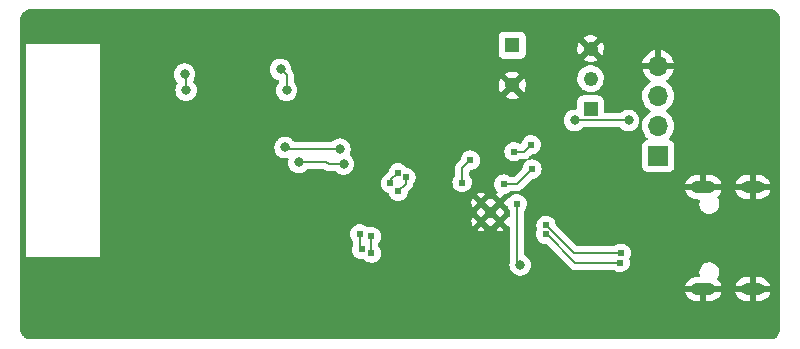
<source format=gbl>
%TF.GenerationSoftware,KiCad,Pcbnew,6.0.7-f9a2dced07~116~ubuntu20.04.1*%
%TF.CreationDate,2022-11-29T22:38:19-05:00*%
%TF.ProjectId,Final_project_no_connector,46696e61-6c5f-4707-926f-6a6563745f6e,rev?*%
%TF.SameCoordinates,Original*%
%TF.FileFunction,Copper,L2,Bot*%
%TF.FilePolarity,Positive*%
%FSLAX46Y46*%
G04 Gerber Fmt 4.6, Leading zero omitted, Abs format (unit mm)*
G04 Created by KiCad (PCBNEW 6.0.7-f9a2dced07~116~ubuntu20.04.1) date 2022-11-29 22:38:19*
%MOMM*%
%LPD*%
G01*
G04 APERTURE LIST*
%TA.AperFunction,ComponentPad*%
%ADD10R,1.218000X1.218000*%
%TD*%
%TA.AperFunction,ComponentPad*%
%ADD11C,1.218000*%
%TD*%
%TA.AperFunction,ComponentPad*%
%ADD12O,2.100000X1.050000*%
%TD*%
%TA.AperFunction,ComponentPad*%
%ADD13O,2.000000X1.000000*%
%TD*%
%TA.AperFunction,ComponentPad*%
%ADD14R,1.270000X1.270000*%
%TD*%
%TA.AperFunction,ComponentPad*%
%ADD15C,1.270000*%
%TD*%
%TA.AperFunction,ComponentPad*%
%ADD16R,1.700000X1.700000*%
%TD*%
%TA.AperFunction,ComponentPad*%
%ADD17O,1.700000X1.700000*%
%TD*%
%TA.AperFunction,ComponentPad*%
%ADD18C,0.609600*%
%TD*%
%TA.AperFunction,ViaPad*%
%ADD19C,0.609600*%
%TD*%
%TA.AperFunction,ViaPad*%
%ADD20C,0.800000*%
%TD*%
%TA.AperFunction,Conductor*%
%ADD21C,0.200000*%
%TD*%
%TA.AperFunction,Conductor*%
%ADD22C,0.152400*%
%TD*%
G04 APERTURE END LIST*
D10*
%TO.P,RV1,1,1*%
%TO.N,+3V3*%
X139270000Y-71640000D03*
D11*
%TO.P,RV1,2,2*%
%TO.N,Net-(RV1-Pad2)*%
X139270000Y-69100000D03*
%TO.P,RV1,3,3*%
%TO.N,GND*%
X139270000Y-66560000D03*
%TD*%
D12*
%TO.P,J1,S1,SHELL*%
%TO.N,GND*%
X148823000Y-86920800D03*
D13*
%TO.P,J1,S2,SHELL*%
X153003000Y-86920800D03*
%TO.P,J1,S3,SHELL*%
X153003000Y-78280800D03*
D12*
%TO.P,J1,S4,SHELL*%
X148823000Y-78280800D03*
%TD*%
D14*
%TO.P,R18,1*%
%TO.N,/Light_Sensing/AO*%
X132638800Y-66268600D03*
D15*
%TO.P,R18,2*%
%TO.N,GND*%
X132638800Y-69668601D03*
%TD*%
D16*
%TO.P,J2,1,Pin_1*%
%TO.N,/GPIO3*%
X145000000Y-75650000D03*
D17*
%TO.P,J2,2,Pin_2*%
%TO.N,/GPIO2*%
X145000000Y-73110000D03*
%TO.P,J2,3,Pin_3*%
%TO.N,/VBUS*%
X145000000Y-70570000D03*
%TO.P,J2,4,Pin_4*%
%TO.N,GND*%
X145000000Y-68030000D03*
%TD*%
D18*
%TO.P,U1,57,GND*%
%TO.N,GND*%
X130000000Y-79600000D03*
X130000000Y-81200000D03*
X131600000Y-79600000D03*
X131600000Y-81200000D03*
%TD*%
D19*
%TO.N,GND*%
X105537000Y-78054200D03*
X138650000Y-82250000D03*
D20*
X138684000Y-89535000D03*
D19*
X104698800Y-77190600D03*
X144627600Y-79552800D03*
X145364200Y-87985600D03*
X99491800Y-85674200D03*
X104216200Y-89154000D03*
X135810034Y-78655423D03*
X125714852Y-82264852D03*
X145231486Y-80156686D03*
X105765600Y-74523600D03*
X139649200Y-87960200D03*
X128192397Y-71338058D03*
X128371600Y-79502000D03*
X124000071Y-79209429D03*
X111785400Y-88976200D03*
X102590600Y-89179400D03*
X108305600Y-75387200D03*
X143916400Y-80264000D03*
X131572000Y-88773000D03*
X106426000Y-75311000D03*
X131064000Y-75438000D03*
X110210600Y-88976200D03*
X114554000Y-87122000D03*
X107442000Y-74523600D03*
X141884400Y-82042000D03*
X119066700Y-78629900D03*
X108381800Y-77190600D03*
X146304000Y-87376000D03*
X119964200Y-66217800D03*
X106426000Y-76911200D03*
X127152400Y-88188800D03*
D20*
X123063000Y-90170000D03*
D19*
X104622600Y-75463400D03*
X139242800Y-73914000D03*
X117858100Y-80838426D03*
X99949000Y-86588600D03*
X135289098Y-70722298D03*
X135255000Y-72898000D03*
X105613200Y-76225400D03*
X107365800Y-76225400D03*
X129943800Y-71043800D03*
X99390200Y-64922400D03*
X138344000Y-87055600D03*
X107365800Y-78028800D03*
D20*
X137080885Y-85212219D03*
D19*
%TO.N,/GPIO15*%
X123631566Y-77458971D03*
X120700800Y-83870800D03*
X120700800Y-82448400D03*
X122986800Y-78638400D03*
D20*
%TO.N,/GPIO3*%
X142494000Y-72644000D03*
D19*
X131927600Y-78028800D03*
X134315200Y-76758800D03*
D20*
X137927017Y-72624656D03*
D19*
%TO.N,/GPIO2*%
X134242988Y-74698337D03*
X132791200Y-75285600D03*
D20*
%TO.N,/BOOT*%
X133311479Y-84873029D03*
D19*
X133049533Y-79706266D03*
%TO.N,Net-(R5-Pad2)*%
X141776757Y-84680599D03*
X135480282Y-82273876D03*
%TO.N,Net-(R6-Pad2)*%
X135502300Y-81508600D03*
X141857899Y-83875575D03*
%TO.N,/GPIO0*%
X129082800Y-75996800D03*
X128398196Y-77897483D03*
D20*
%TO.N,/GPIO12*%
X118047649Y-75062094D03*
X104902000Y-68724300D03*
X105029000Y-70075700D03*
X113411000Y-74930000D03*
%TO.N,/GPIO13*%
X113022302Y-68318302D03*
X113538000Y-70075700D03*
X118364000Y-76327000D03*
X114579400Y-76200000D03*
D19*
%TO.N,/GPIO14*%
X119888000Y-83566000D03*
X122326400Y-77978000D03*
X119735600Y-82245200D03*
X122982961Y-77059975D03*
%TD*%
D21*
%TO.N,/GPIO15*%
X120700800Y-82448400D02*
X120700800Y-83870800D01*
X123631566Y-77993634D02*
X123631566Y-77458971D01*
X122986800Y-78638400D02*
X123631566Y-77993634D01*
D22*
%TO.N,/GPIO3*%
X142474656Y-72624656D02*
X142494000Y-72644000D01*
X137927017Y-72624656D02*
X142474656Y-72624656D01*
X131927600Y-78028800D02*
X133045200Y-78028800D01*
X133045200Y-78028800D02*
X134315200Y-76758800D01*
%TO.N,/GPIO2*%
X133655725Y-75285600D02*
X132791200Y-75285600D01*
X134242988Y-74698337D02*
X133655725Y-75285600D01*
D21*
%TO.N,/BOOT*%
X133049533Y-79706266D02*
X133049533Y-84611083D01*
X133049533Y-84611083D02*
X133311479Y-84873029D01*
%TO.N,Net-(R5-Pad2)*%
X137980599Y-84680599D02*
X135573876Y-82273876D01*
X141776757Y-84680599D02*
X137980599Y-84680599D01*
X135573876Y-82273876D02*
X135480282Y-82273876D01*
%TO.N,Net-(R6-Pad2)*%
X137869275Y-83875575D02*
X135502300Y-81508600D01*
X141857899Y-83875575D02*
X137869275Y-83875575D01*
%TO.N,/GPIO0*%
X128398196Y-76681404D02*
X128398196Y-77897483D01*
X129082800Y-75996800D02*
X128398196Y-76681404D01*
%TO.N,/GPIO12*%
X113543094Y-75062094D02*
X113411000Y-74930000D01*
X105029000Y-70075700D02*
X105029000Y-68851300D01*
X105029000Y-68851300D02*
X104902000Y-68724300D01*
X118047649Y-75062094D02*
X113543094Y-75062094D01*
%TO.N,/GPIO13*%
X118364000Y-76327000D02*
X117096456Y-76327000D01*
X117096456Y-76327000D02*
X116893256Y-76123800D01*
X116893256Y-76123800D02*
X114655600Y-76123800D01*
X113538000Y-70075700D02*
X113538000Y-68834000D01*
X114655600Y-76123800D02*
X114579400Y-76200000D01*
X113538000Y-68834000D02*
X113022302Y-68318302D01*
%TO.N,/GPIO14*%
X119735600Y-83413600D02*
X119888000Y-83566000D01*
X122326400Y-77978000D02*
X122326400Y-77716536D01*
X122326400Y-77716536D02*
X122982961Y-77059975D01*
X119735600Y-82245200D02*
X119735600Y-83413600D01*
%TD*%
%TA.AperFunction,Conductor*%
%TO.N,GND*%
G36*
X154398562Y-63197566D02*
G01*
X154407709Y-63199158D01*
X154407711Y-63199158D01*
X154416553Y-63200697D01*
X154429250Y-63199267D01*
X154456564Y-63199170D01*
X154570425Y-63211183D01*
X154591978Y-63215381D01*
X154679480Y-63240511D01*
X154723943Y-63253280D01*
X154744442Y-63261159D01*
X154867819Y-63321394D01*
X154886641Y-63332714D01*
X154905714Y-63346582D01*
X154997680Y-63413456D01*
X155014249Y-63427870D01*
X155109593Y-63526681D01*
X155123395Y-63543739D01*
X155200135Y-63657609D01*
X155210771Y-63676817D01*
X155266561Y-63802259D01*
X155273703Y-63823029D01*
X155306866Y-63956265D01*
X155310293Y-63977954D01*
X155317754Y-64085261D01*
X155316905Y-64101724D01*
X155317313Y-64101736D01*
X155317043Y-64110706D01*
X155315503Y-64119553D01*
X155316508Y-64128475D01*
X155316508Y-64128476D01*
X155319708Y-64156884D01*
X155320500Y-64170988D01*
X155320500Y-90266505D01*
X155318848Y-90286842D01*
X155315372Y-90308096D01*
X155316467Y-90316999D01*
X155316467Y-90317003D01*
X155316728Y-90319121D01*
X155316966Y-90347812D01*
X155307036Y-90441300D01*
X155303647Y-90473201D01*
X155298643Y-90497390D01*
X155254814Y-90637990D01*
X155245187Y-90660738D01*
X155174765Y-90790093D01*
X155160886Y-90810523D01*
X155066586Y-90923644D01*
X155048987Y-90940974D01*
X154934427Y-91033528D01*
X154913787Y-91047091D01*
X154783367Y-91115517D01*
X154760479Y-91124791D01*
X154721343Y-91136334D01*
X154619218Y-91166456D01*
X154594956Y-91171088D01*
X154476137Y-91181866D01*
X154460087Y-91181291D01*
X154460073Y-91182002D01*
X154451101Y-91181823D01*
X154442241Y-91180373D01*
X154433332Y-91181468D01*
X154433331Y-91181468D01*
X154408186Y-91184559D01*
X154392814Y-91185500D01*
X91945985Y-91185500D01*
X91926827Y-91184035D01*
X91915347Y-91182269D01*
X91902535Y-91180298D01*
X91893639Y-91181478D01*
X91893638Y-91181478D01*
X91891521Y-91181759D01*
X91862832Y-91182269D01*
X91815957Y-91177739D01*
X91730801Y-91169509D01*
X91706575Y-91164736D01*
X91559282Y-91120351D01*
X91536455Y-91110944D01*
X91400662Y-91038683D01*
X91380101Y-91025000D01*
X91277329Y-90940974D01*
X91261008Y-90927630D01*
X91243512Y-90910198D01*
X91145708Y-90791472D01*
X91131947Y-90770959D01*
X91059185Y-90635434D01*
X91049691Y-90612633D01*
X91004765Y-90465517D01*
X90999901Y-90441300D01*
X90987333Y-90316076D01*
X90987755Y-90300016D01*
X90987045Y-90300009D01*
X90987138Y-90291033D01*
X90988502Y-90282163D01*
X90984394Y-90251196D01*
X90983300Y-90234627D01*
X90983300Y-87186568D01*
X147299363Y-87186568D01*
X147333846Y-87303732D01*
X147338439Y-87315100D01*
X147426586Y-87483711D01*
X147433302Y-87493973D01*
X147552515Y-87642243D01*
X147561103Y-87651013D01*
X147706838Y-87773299D01*
X147716969Y-87780237D01*
X147883692Y-87871894D01*
X147894962Y-87876724D01*
X148076315Y-87934252D01*
X148088309Y-87936802D01*
X148236350Y-87953407D01*
X148243374Y-87953800D01*
X148550885Y-87953800D01*
X148566124Y-87949325D01*
X148567329Y-87947935D01*
X148569000Y-87940252D01*
X148569000Y-87935685D01*
X149077000Y-87935685D01*
X149081475Y-87950924D01*
X149082865Y-87952129D01*
X149090548Y-87953800D01*
X149395890Y-87953800D01*
X149402035Y-87953500D01*
X149543481Y-87939630D01*
X149555519Y-87937247D01*
X149737651Y-87882258D01*
X149748993Y-87877583D01*
X149916977Y-87788265D01*
X149927193Y-87781478D01*
X150074634Y-87661228D01*
X150083338Y-87652584D01*
X150204610Y-87505991D01*
X150211470Y-87495820D01*
X150301962Y-87328458D01*
X150306714Y-87317153D01*
X150345422Y-87192108D01*
X150345503Y-87186568D01*
X151530425Y-87186568D01*
X151562138Y-87294321D01*
X151566731Y-87305689D01*
X151652607Y-87469954D01*
X151659321Y-87480215D01*
X151775468Y-87624673D01*
X151784046Y-87633432D01*
X151926039Y-87752578D01*
X151936159Y-87759508D01*
X152098585Y-87848802D01*
X152109858Y-87853634D01*
X152286538Y-87909680D01*
X152298532Y-87912230D01*
X152442761Y-87928407D01*
X152449785Y-87928800D01*
X152730885Y-87928800D01*
X152746124Y-87924325D01*
X152747329Y-87922935D01*
X152749000Y-87915252D01*
X152749000Y-87910685D01*
X153257000Y-87910685D01*
X153261475Y-87925924D01*
X153262865Y-87927129D01*
X153270548Y-87928800D01*
X153549657Y-87928800D01*
X153555805Y-87928499D01*
X153693603Y-87914988D01*
X153705638Y-87912605D01*
X153883076Y-87859033D01*
X153894416Y-87854359D01*
X154058077Y-87767340D01*
X154068294Y-87760551D01*
X154211933Y-87643403D01*
X154220637Y-87634759D01*
X154338784Y-87491944D01*
X154345644Y-87481773D01*
X154433804Y-87318724D01*
X154438556Y-87307419D01*
X154474250Y-87192108D01*
X154474456Y-87178005D01*
X154467701Y-87174800D01*
X153275115Y-87174800D01*
X153259876Y-87179275D01*
X153258671Y-87180665D01*
X153257000Y-87188348D01*
X153257000Y-87910685D01*
X152749000Y-87910685D01*
X152749000Y-87192915D01*
X152744525Y-87177676D01*
X152743135Y-87176471D01*
X152735452Y-87174800D01*
X151545076Y-87174800D01*
X151531545Y-87178773D01*
X151530425Y-87186568D01*
X150345503Y-87186568D01*
X150345628Y-87178005D01*
X150338873Y-87174800D01*
X149095115Y-87174800D01*
X149079876Y-87179275D01*
X149078671Y-87180665D01*
X149077000Y-87188348D01*
X149077000Y-87935685D01*
X148569000Y-87935685D01*
X148569000Y-87192915D01*
X148564525Y-87177676D01*
X148563135Y-87176471D01*
X148555452Y-87174800D01*
X147314014Y-87174800D01*
X147300483Y-87178773D01*
X147299363Y-87186568D01*
X90983300Y-87186568D01*
X90983300Y-86663595D01*
X147300372Y-86663595D01*
X147307127Y-86666800D01*
X150331986Y-86666800D01*
X150342901Y-86663595D01*
X151531544Y-86663595D01*
X151538299Y-86666800D01*
X152730885Y-86666800D01*
X152746124Y-86662325D01*
X152747329Y-86660935D01*
X152749000Y-86653252D01*
X152749000Y-86648685D01*
X153257000Y-86648685D01*
X153261475Y-86663924D01*
X153262865Y-86665129D01*
X153270548Y-86666800D01*
X154460924Y-86666800D01*
X154474455Y-86662827D01*
X154475575Y-86655032D01*
X154443862Y-86547279D01*
X154439269Y-86535911D01*
X154353393Y-86371646D01*
X154346679Y-86361385D01*
X154230532Y-86216927D01*
X154221954Y-86208168D01*
X154079961Y-86089022D01*
X154069841Y-86082092D01*
X153907415Y-85992798D01*
X153896142Y-85987966D01*
X153719462Y-85931920D01*
X153707468Y-85929370D01*
X153563239Y-85913193D01*
X153556215Y-85912800D01*
X153275115Y-85912800D01*
X153259876Y-85917275D01*
X153258671Y-85918665D01*
X153257000Y-85926348D01*
X153257000Y-86648685D01*
X152749000Y-86648685D01*
X152749000Y-85930915D01*
X152744525Y-85915676D01*
X152743135Y-85914471D01*
X152735452Y-85912800D01*
X152456343Y-85912800D01*
X152450195Y-85913101D01*
X152312397Y-85926612D01*
X152300362Y-85928995D01*
X152122924Y-85982567D01*
X152111584Y-85987241D01*
X151947923Y-86074260D01*
X151937706Y-86081049D01*
X151794067Y-86198197D01*
X151785363Y-86206841D01*
X151667216Y-86349656D01*
X151660356Y-86359827D01*
X151572196Y-86522876D01*
X151567444Y-86534181D01*
X151531750Y-86649492D01*
X151531544Y-86663595D01*
X150342901Y-86663595D01*
X150345517Y-86662827D01*
X150346637Y-86655032D01*
X150312154Y-86537868D01*
X150307561Y-86526500D01*
X150219414Y-86357889D01*
X150212698Y-86347627D01*
X150093485Y-86199357D01*
X150084901Y-86190591D01*
X150025830Y-86141024D01*
X149986504Y-86081914D01*
X149985378Y-86010926D01*
X150002610Y-85973680D01*
X150059442Y-85890055D01*
X150063277Y-85884412D01*
X150130530Y-85716266D01*
X150131644Y-85709538D01*
X150131645Y-85709534D01*
X150158993Y-85544339D01*
X150158993Y-85544336D01*
X150160108Y-85537602D01*
X150158045Y-85498228D01*
X150150987Y-85363566D01*
X150150630Y-85356753D01*
X150144949Y-85336126D01*
X150104352Y-85188741D01*
X150102539Y-85182159D01*
X150018078Y-85021964D01*
X150013673Y-85016751D01*
X150013670Y-85016747D01*
X149905594Y-84888857D01*
X149905590Y-84888853D01*
X149901187Y-84883643D01*
X149895762Y-84879495D01*
X149762743Y-84777794D01*
X149762739Y-84777791D01*
X149757322Y-84773650D01*
X149606780Y-84703451D01*
X149599369Y-84699995D01*
X149599366Y-84699994D01*
X149593192Y-84697115D01*
X149586544Y-84695629D01*
X149586541Y-84695628D01*
X149421494Y-84658736D01*
X149421495Y-84658736D01*
X149416457Y-84657610D01*
X149410912Y-84657300D01*
X149277756Y-84657300D01*
X149142963Y-84671943D01*
X149059609Y-84699995D01*
X148977796Y-84727528D01*
X148977794Y-84727529D01*
X148971325Y-84729706D01*
X148816095Y-84822977D01*
X148811138Y-84827665D01*
X148811135Y-84827667D01*
X148746429Y-84888857D01*
X148684515Y-84947407D01*
X148680683Y-84953045D01*
X148680680Y-84953049D01*
X148601720Y-85069235D01*
X148582723Y-85097188D01*
X148515470Y-85265334D01*
X148514356Y-85272062D01*
X148514355Y-85272066D01*
X148491525Y-85409973D01*
X148485892Y-85443998D01*
X148486249Y-85450815D01*
X148486249Y-85450819D01*
X148491151Y-85544339D01*
X148495370Y-85624847D01*
X148522297Y-85722603D01*
X148523877Y-85728340D01*
X148522683Y-85799326D01*
X148483301Y-85858398D01*
X148418233Y-85886801D01*
X148402401Y-85887800D01*
X148250110Y-85887800D01*
X148243965Y-85888100D01*
X148102519Y-85901970D01*
X148090481Y-85904353D01*
X147908349Y-85959342D01*
X147897007Y-85964017D01*
X147729023Y-86053335D01*
X147718807Y-86060122D01*
X147571366Y-86180372D01*
X147562662Y-86189016D01*
X147441390Y-86335609D01*
X147434530Y-86345780D01*
X147344038Y-86513142D01*
X147339286Y-86524447D01*
X147300578Y-86649492D01*
X147300372Y-86663595D01*
X90983300Y-86663595D01*
X90983300Y-84200000D01*
X91450000Y-84200000D01*
X97750000Y-84200000D01*
X97750000Y-82233773D01*
X118917234Y-82233773D01*
X118917921Y-82240780D01*
X118917921Y-82240783D01*
X118927567Y-82339157D01*
X118935039Y-82415364D01*
X118992633Y-82588499D01*
X119087154Y-82744571D01*
X119092046Y-82749636D01*
X119096345Y-82755219D01*
X119095263Y-82756052D01*
X119124670Y-82812216D01*
X119127100Y-82836844D01*
X119127100Y-83256275D01*
X119119501Y-83299370D01*
X119108614Y-83329283D01*
X119092502Y-83373549D01*
X119069634Y-83554573D01*
X119087439Y-83736164D01*
X119145033Y-83909299D01*
X119239554Y-84065371D01*
X119244445Y-84070436D01*
X119244446Y-84070437D01*
X119259274Y-84085792D01*
X119366303Y-84196623D01*
X119372195Y-84200478D01*
X119372199Y-84200482D01*
X119513085Y-84292675D01*
X119518981Y-84296533D01*
X119525585Y-84298989D01*
X119525587Y-84298990D01*
X119604490Y-84328334D01*
X119690000Y-84360135D01*
X119696985Y-84361067D01*
X119863879Y-84383336D01*
X119863883Y-84383336D01*
X119870860Y-84384267D01*
X119877871Y-84383629D01*
X119877875Y-84383629D01*
X119967129Y-84375505D01*
X119990082Y-84373416D01*
X120059736Y-84387161D01*
X120092138Y-84411369D01*
X120179103Y-84501423D01*
X120184995Y-84505278D01*
X120184999Y-84505282D01*
X120298253Y-84579393D01*
X120331781Y-84601333D01*
X120338385Y-84603789D01*
X120338387Y-84603790D01*
X120390708Y-84623248D01*
X120502800Y-84664935D01*
X120683660Y-84689067D01*
X120690671Y-84688429D01*
X120690675Y-84688429D01*
X120830380Y-84675714D01*
X120865371Y-84672529D01*
X120872073Y-84670351D01*
X120872075Y-84670351D01*
X121032205Y-84618322D01*
X121032208Y-84618321D01*
X121038904Y-84616145D01*
X121063752Y-84601333D01*
X121189577Y-84526327D01*
X121189580Y-84526325D01*
X121195632Y-84522717D01*
X121266939Y-84454812D01*
X121322662Y-84401748D01*
X121322664Y-84401745D01*
X121327766Y-84396887D01*
X121428739Y-84244910D01*
X121452680Y-84181885D01*
X121491033Y-84080922D01*
X121491034Y-84080917D01*
X121493533Y-84074339D01*
X121494687Y-84066129D01*
X121518376Y-83897575D01*
X121518376Y-83897570D01*
X121518927Y-83893652D01*
X121519124Y-83879538D01*
X121519191Y-83874763D01*
X121519191Y-83874758D01*
X121519246Y-83870800D01*
X121498907Y-83689475D01*
X121438901Y-83517161D01*
X121342211Y-83362424D01*
X121337248Y-83357426D01*
X121336555Y-83356552D01*
X121309917Y-83290742D01*
X121309300Y-83278287D01*
X121309300Y-83040322D01*
X121330352Y-82970595D01*
X121377633Y-82899431D01*
X121428739Y-82822510D01*
X121454301Y-82755219D01*
X121491033Y-82658522D01*
X121491034Y-82658517D01*
X121493533Y-82651939D01*
X121498419Y-82617175D01*
X121518376Y-82475175D01*
X121518376Y-82475170D01*
X121518927Y-82471252D01*
X121519246Y-82448400D01*
X121498907Y-82267075D01*
X121438901Y-82094761D01*
X121342211Y-81940024D01*
X121331093Y-81928828D01*
X129636002Y-81928828D01*
X129639155Y-81933039D01*
X129795516Y-81991190D01*
X129809107Y-81994579D01*
X129975889Y-82016832D01*
X129989885Y-82017126D01*
X130157449Y-82001876D01*
X130171174Y-81999059D01*
X130331197Y-81947064D01*
X130343945Y-81941281D01*
X130352271Y-81936318D01*
X130359216Y-81928828D01*
X131236002Y-81928828D01*
X131239155Y-81933039D01*
X131395516Y-81991190D01*
X131409107Y-81994579D01*
X131575889Y-82016832D01*
X131589885Y-82017126D01*
X131757449Y-82001876D01*
X131771174Y-81999059D01*
X131931197Y-81947064D01*
X131943945Y-81941281D01*
X131952271Y-81936318D01*
X131961859Y-81925977D01*
X131958354Y-81917564D01*
X131612812Y-81572022D01*
X131598868Y-81564408D01*
X131597035Y-81564539D01*
X131590420Y-81568790D01*
X131242762Y-81916448D01*
X131236002Y-81928828D01*
X130359216Y-81928828D01*
X130361859Y-81925977D01*
X130358354Y-81917564D01*
X130012812Y-81572022D01*
X129998868Y-81564408D01*
X129997035Y-81564539D01*
X129990420Y-81568790D01*
X129642762Y-81916448D01*
X129636002Y-81928828D01*
X121331093Y-81928828D01*
X121254699Y-81851899D01*
X121218604Y-81815551D01*
X121218600Y-81815548D01*
X121213641Y-81810554D01*
X121059583Y-81712786D01*
X120944356Y-81671755D01*
X120894327Y-81653940D01*
X120894325Y-81653939D01*
X120887693Y-81651578D01*
X120880707Y-81650745D01*
X120880703Y-81650744D01*
X120751126Y-81635294D01*
X120706514Y-81629974D01*
X120699511Y-81630710D01*
X120699510Y-81630710D01*
X120653275Y-81635570D01*
X120525051Y-81649046D01*
X120518383Y-81651316D01*
X120423802Y-81683514D01*
X120352869Y-81686532D01*
X120293791Y-81653021D01*
X120253404Y-81612352D01*
X120248441Y-81607354D01*
X120237257Y-81600256D01*
X120162219Y-81552636D01*
X120094383Y-81509586D01*
X119987690Y-81471594D01*
X119929127Y-81450740D01*
X119929125Y-81450739D01*
X119922493Y-81448378D01*
X119915507Y-81447545D01*
X119915503Y-81447544D01*
X119768930Y-81430067D01*
X119741314Y-81426774D01*
X119734311Y-81427510D01*
X119734310Y-81427510D01*
X119709982Y-81430067D01*
X119559851Y-81445846D01*
X119553183Y-81448116D01*
X119393790Y-81502378D01*
X119393787Y-81502379D01*
X119387123Y-81504648D01*
X119303430Y-81556136D01*
X119262293Y-81581444D01*
X119231714Y-81600256D01*
X119199659Y-81631647D01*
X119137998Y-81692030D01*
X119101350Y-81727918D01*
X119002508Y-81881290D01*
X119000099Y-81887910D01*
X119000097Y-81887913D01*
X118942510Y-82046132D01*
X118940102Y-82052749D01*
X118917234Y-82233773D01*
X97750000Y-82233773D01*
X97750000Y-81195590D01*
X129182824Y-81195590D01*
X129199244Y-81363051D01*
X129202155Y-81376745D01*
X129255267Y-81536405D01*
X129261138Y-81549113D01*
X129263272Y-81552636D01*
X129273680Y-81562153D01*
X129282299Y-81558491D01*
X129627978Y-81212812D01*
X129634356Y-81201132D01*
X130364408Y-81201132D01*
X130364539Y-81202965D01*
X130368790Y-81209580D01*
X130716221Y-81557011D01*
X130729739Y-81564393D01*
X130792334Y-81541045D01*
X130861708Y-81556136D01*
X130870813Y-81562639D01*
X130872040Y-81562849D01*
X130882299Y-81558491D01*
X131227978Y-81212812D01*
X131234356Y-81201132D01*
X131964408Y-81201132D01*
X131964539Y-81202965D01*
X131968790Y-81209580D01*
X132316221Y-81557011D01*
X132351391Y-81576216D01*
X132375421Y-81581444D01*
X132425622Y-81631647D01*
X132441033Y-81692030D01*
X132441033Y-84562947D01*
X132439955Y-84579390D01*
X132435783Y-84611083D01*
X132435828Y-84611425D01*
X132430695Y-84643836D01*
X132417937Y-84683101D01*
X132397975Y-84873029D01*
X132398665Y-84879594D01*
X132413629Y-85021964D01*
X132417937Y-85062957D01*
X132476952Y-85244585D01*
X132572439Y-85409973D01*
X132576857Y-85414880D01*
X132576858Y-85414881D01*
X132695804Y-85546984D01*
X132700226Y-85551895D01*
X132854727Y-85664147D01*
X132860755Y-85666831D01*
X132860757Y-85666832D01*
X133023160Y-85739138D01*
X133029191Y-85741823D01*
X133122591Y-85761676D01*
X133209535Y-85780157D01*
X133209540Y-85780157D01*
X133215992Y-85781529D01*
X133406966Y-85781529D01*
X133413418Y-85780157D01*
X133413423Y-85780157D01*
X133500366Y-85761676D01*
X133593767Y-85741823D01*
X133599798Y-85739138D01*
X133762201Y-85666832D01*
X133762203Y-85666831D01*
X133768231Y-85664147D01*
X133922732Y-85551895D01*
X133927154Y-85546984D01*
X134046100Y-85414881D01*
X134046101Y-85414880D01*
X134050519Y-85409973D01*
X134146006Y-85244585D01*
X134205021Y-85062957D01*
X134209330Y-85021964D01*
X134224293Y-84879594D01*
X134224983Y-84873029D01*
X134209919Y-84729706D01*
X134205711Y-84689664D01*
X134205711Y-84689662D01*
X134205021Y-84683101D01*
X134146006Y-84501473D01*
X134050519Y-84336085D01*
X133922732Y-84194163D01*
X133768231Y-84081911D01*
X133762203Y-84079227D01*
X133762201Y-84079226D01*
X133732784Y-84066129D01*
X133678688Y-84020149D01*
X133658033Y-83951022D01*
X133658033Y-82262449D01*
X134661916Y-82262449D01*
X134679721Y-82444040D01*
X134737315Y-82617175D01*
X134831836Y-82773247D01*
X134836727Y-82778312D01*
X134836728Y-82778313D01*
X134869468Y-82812216D01*
X134958585Y-82904499D01*
X134964477Y-82908354D01*
X134964481Y-82908358D01*
X135092410Y-82992072D01*
X135111263Y-83004409D01*
X135117867Y-83006865D01*
X135117869Y-83006866D01*
X135196772Y-83036210D01*
X135282282Y-83068011D01*
X135463142Y-83092143D01*
X135470159Y-83091504D01*
X135477200Y-83091652D01*
X135477156Y-83093768D01*
X135536745Y-83105521D01*
X135567619Y-83128168D01*
X137516284Y-85076833D01*
X137527151Y-85089224D01*
X137546612Y-85114586D01*
X137578524Y-85139073D01*
X137578527Y-85139076D01*
X137634674Y-85182159D01*
X137673724Y-85212123D01*
X137821749Y-85273437D01*
X137940714Y-85289099D01*
X137940719Y-85289099D01*
X137940728Y-85289100D01*
X137972411Y-85293271D01*
X137980599Y-85294349D01*
X138012292Y-85290177D01*
X138028735Y-85289099D01*
X141184187Y-85289099D01*
X141252308Y-85309101D01*
X141254700Y-85310849D01*
X141255060Y-85311222D01*
X141407738Y-85411132D01*
X141414342Y-85413588D01*
X141414344Y-85413589D01*
X141477996Y-85437261D01*
X141578757Y-85474734D01*
X141759617Y-85498866D01*
X141766628Y-85498228D01*
X141766632Y-85498228D01*
X141906337Y-85485513D01*
X141941328Y-85482328D01*
X141948030Y-85480150D01*
X141948032Y-85480150D01*
X142108162Y-85428121D01*
X142108165Y-85428120D01*
X142114861Y-85425944D01*
X142120912Y-85422337D01*
X142265534Y-85336126D01*
X142265537Y-85336124D01*
X142271589Y-85332516D01*
X142370525Y-85238300D01*
X142398619Y-85211547D01*
X142398621Y-85211544D01*
X142403723Y-85206686D01*
X142504696Y-85054709D01*
X142543313Y-84953049D01*
X142566990Y-84890721D01*
X142566991Y-84890716D01*
X142569490Y-84884138D01*
X142591194Y-84729706D01*
X142594333Y-84707374D01*
X142594333Y-84707369D01*
X142594884Y-84703451D01*
X142595039Y-84692365D01*
X142595148Y-84684562D01*
X142595148Y-84684557D01*
X142595203Y-84680599D01*
X142574864Y-84499274D01*
X142572549Y-84492627D01*
X142572547Y-84492617D01*
X142542182Y-84405421D01*
X142538668Y-84334511D01*
X142556224Y-84294258D01*
X142557276Y-84292675D01*
X142585838Y-84249685D01*
X142611593Y-84181885D01*
X142648132Y-84085697D01*
X142648133Y-84085692D01*
X142650632Y-84079114D01*
X142651612Y-84072142D01*
X142675475Y-83902350D01*
X142675475Y-83902345D01*
X142676026Y-83898427D01*
X142676345Y-83875575D01*
X142656006Y-83694250D01*
X142596000Y-83521936D01*
X142499310Y-83367199D01*
X142431953Y-83299370D01*
X142375703Y-83242726D01*
X142375699Y-83242723D01*
X142370740Y-83237729D01*
X142359556Y-83230631D01*
X142311350Y-83200039D01*
X142216682Y-83139961D01*
X142082395Y-83092143D01*
X142051426Y-83081115D01*
X142051424Y-83081114D01*
X142044792Y-83078753D01*
X142037806Y-83077920D01*
X142037802Y-83077919D01*
X141908225Y-83062469D01*
X141863613Y-83057149D01*
X141856610Y-83057885D01*
X141856609Y-83057885D01*
X141810374Y-83062745D01*
X141682150Y-83076221D01*
X141675482Y-83078491D01*
X141516089Y-83132753D01*
X141516086Y-83132754D01*
X141509422Y-83135023D01*
X141495253Y-83143740D01*
X141360012Y-83226940D01*
X141360010Y-83226942D01*
X141354013Y-83230631D01*
X141348981Y-83235559D01*
X141343430Y-83239896D01*
X141341547Y-83237486D01*
X141290856Y-83264472D01*
X141265378Y-83267075D01*
X138173514Y-83267075D01*
X138105393Y-83247073D01*
X138084419Y-83230170D01*
X136346628Y-81492379D01*
X136312602Y-81430067D01*
X136310508Y-81417329D01*
X136301192Y-81334274D01*
X136300407Y-81327275D01*
X136240401Y-81154961D01*
X136143711Y-81000224D01*
X136079147Y-80935208D01*
X136020104Y-80875751D01*
X136020100Y-80875748D01*
X136015141Y-80870754D01*
X136003957Y-80863656D01*
X135955751Y-80833064D01*
X135861083Y-80772986D01*
X135754390Y-80734994D01*
X135695827Y-80714140D01*
X135695825Y-80714139D01*
X135689193Y-80711778D01*
X135682207Y-80710945D01*
X135682203Y-80710944D01*
X135552626Y-80695494D01*
X135508014Y-80690174D01*
X135501011Y-80690910D01*
X135501010Y-80690910D01*
X135454775Y-80695770D01*
X135326551Y-80709246D01*
X135319883Y-80711516D01*
X135160490Y-80765778D01*
X135160487Y-80765779D01*
X135153823Y-80768048D01*
X135142697Y-80774893D01*
X135006511Y-80858675D01*
X134998414Y-80863656D01*
X134868050Y-80991318D01*
X134769208Y-81144690D01*
X134766799Y-81151310D01*
X134766797Y-81151313D01*
X134709210Y-81309532D01*
X134706802Y-81316149D01*
X134683934Y-81497173D01*
X134684621Y-81504180D01*
X134684621Y-81504183D01*
X134690525Y-81564393D01*
X134701739Y-81678764D01*
X134747242Y-81815551D01*
X134749986Y-81823800D01*
X134752508Y-81894752D01*
X134746900Y-81909861D01*
X134747190Y-81909966D01*
X134692680Y-82059732D01*
X134684784Y-82081425D01*
X134661916Y-82262449D01*
X133658033Y-82262449D01*
X133658033Y-80298188D01*
X133679085Y-80228461D01*
X133757753Y-80110055D01*
X133777472Y-80080376D01*
X133800619Y-80019441D01*
X133839766Y-79916388D01*
X133839767Y-79916383D01*
X133842266Y-79909805D01*
X133850471Y-79851423D01*
X133867109Y-79733041D01*
X133867109Y-79733036D01*
X133867660Y-79729118D01*
X133867979Y-79706266D01*
X133847640Y-79524941D01*
X133787634Y-79352627D01*
X133690944Y-79197890D01*
X133606225Y-79112578D01*
X133567337Y-79073417D01*
X133567333Y-79073414D01*
X133562374Y-79068420D01*
X133551190Y-79061322D01*
X133459923Y-79003403D01*
X133408316Y-78970652D01*
X133301623Y-78932660D01*
X133243060Y-78911806D01*
X133243058Y-78911805D01*
X133236426Y-78909444D01*
X133229440Y-78908611D01*
X133229436Y-78908610D01*
X133089656Y-78891943D01*
X133055247Y-78887840D01*
X133048244Y-78888576D01*
X133048243Y-78888576D01*
X133016208Y-78891943D01*
X132873784Y-78906912D01*
X132867116Y-78909182D01*
X132707723Y-78963444D01*
X132707720Y-78963445D01*
X132701056Y-78965714D01*
X132545647Y-79061322D01*
X132485164Y-79120551D01*
X132435335Y-79169348D01*
X132415599Y-79188675D01*
X132415597Y-79188676D01*
X132415283Y-79188984D01*
X132415229Y-79188929D01*
X132359200Y-79227349D01*
X132347166Y-79228314D01*
X132318041Y-79241169D01*
X131972022Y-79587188D01*
X131964408Y-79601132D01*
X131964539Y-79602965D01*
X131968790Y-79609580D01*
X132234555Y-79875345D01*
X132265018Y-79924669D01*
X132304340Y-80042875D01*
X132304342Y-80042879D01*
X132306566Y-80049565D01*
X132310214Y-80055588D01*
X132388500Y-80184853D01*
X132401087Y-80205637D01*
X132405979Y-80210702D01*
X132410278Y-80216285D01*
X132409196Y-80217118D01*
X132438603Y-80273282D01*
X132441033Y-80297910D01*
X132441033Y-80706772D01*
X132421031Y-80774893D01*
X132367375Y-80821386D01*
X132360823Y-80822286D01*
X132318041Y-80841169D01*
X131972022Y-81187188D01*
X131964408Y-81201132D01*
X131234356Y-81201132D01*
X131235592Y-81198868D01*
X131235461Y-81197035D01*
X131231210Y-81190420D01*
X130883990Y-80843200D01*
X130870204Y-80835672D01*
X130808530Y-80858675D01*
X130739156Y-80843583D01*
X130729121Y-80836520D01*
X130728717Y-80836457D01*
X130718041Y-80841169D01*
X130372022Y-81187188D01*
X130364408Y-81201132D01*
X129634356Y-81201132D01*
X129635592Y-81198868D01*
X129635461Y-81197035D01*
X129631210Y-81190420D01*
X129283990Y-80843200D01*
X129271610Y-80836440D01*
X129266141Y-80840534D01*
X129264949Y-80842935D01*
X129207399Y-81001050D01*
X129204109Y-81014650D01*
X129183020Y-81181593D01*
X129182824Y-81195590D01*
X97750000Y-81195590D01*
X97750000Y-80330084D01*
X129635316Y-80330084D01*
X129658512Y-80392277D01*
X129643420Y-80461651D01*
X129636971Y-80470747D01*
X129636818Y-80471676D01*
X129641351Y-80482141D01*
X129987188Y-80827978D01*
X130001132Y-80835592D01*
X130002965Y-80835461D01*
X130009580Y-80831210D01*
X130356389Y-80484401D01*
X130363718Y-80470980D01*
X130340245Y-80408050D01*
X130355336Y-80338676D01*
X130361518Y-80330084D01*
X131235316Y-80330084D01*
X131258512Y-80392277D01*
X131243420Y-80461651D01*
X131236971Y-80470747D01*
X131236818Y-80471676D01*
X131241351Y-80482141D01*
X131587188Y-80827978D01*
X131601132Y-80835592D01*
X131602965Y-80835461D01*
X131609580Y-80831210D01*
X131956389Y-80484401D01*
X131963718Y-80470980D01*
X131940245Y-80408050D01*
X131955336Y-80338676D01*
X131962298Y-80329000D01*
X131962544Y-80327621D01*
X131958354Y-80317564D01*
X131612812Y-79972022D01*
X131598868Y-79964408D01*
X131597035Y-79964539D01*
X131590420Y-79968790D01*
X131242762Y-80316448D01*
X131235316Y-80330084D01*
X130361518Y-80330084D01*
X130362298Y-80329000D01*
X130362544Y-80327621D01*
X130358354Y-80317564D01*
X130012812Y-79972022D01*
X129998868Y-79964408D01*
X129997035Y-79964539D01*
X129990420Y-79968790D01*
X129642762Y-80316448D01*
X129635316Y-80330084D01*
X97750000Y-80330084D01*
X97750000Y-79595590D01*
X129182824Y-79595590D01*
X129199244Y-79763051D01*
X129202155Y-79776745D01*
X129255267Y-79936405D01*
X129261138Y-79949113D01*
X129263272Y-79952636D01*
X129273680Y-79962153D01*
X129282299Y-79958491D01*
X129627978Y-79612812D01*
X129634356Y-79601132D01*
X130364408Y-79601132D01*
X130364539Y-79602965D01*
X130368790Y-79609580D01*
X130716221Y-79957011D01*
X130729739Y-79964393D01*
X130792334Y-79941045D01*
X130861708Y-79956136D01*
X130870813Y-79962639D01*
X130872040Y-79962849D01*
X130882299Y-79958491D01*
X131227978Y-79612812D01*
X131235592Y-79598868D01*
X131235461Y-79597035D01*
X131231210Y-79590420D01*
X130883990Y-79243200D01*
X130870204Y-79235672D01*
X130808530Y-79258675D01*
X130739156Y-79243583D01*
X130729121Y-79236520D01*
X130728717Y-79236457D01*
X130718041Y-79241169D01*
X130372022Y-79587188D01*
X130364408Y-79601132D01*
X129634356Y-79601132D01*
X129635592Y-79598868D01*
X129635461Y-79597035D01*
X129631210Y-79590420D01*
X129283990Y-79243200D01*
X129271610Y-79236440D01*
X129266141Y-79240534D01*
X129264949Y-79242935D01*
X129207399Y-79401050D01*
X129204109Y-79414650D01*
X129183020Y-79581593D01*
X129182824Y-79595590D01*
X97750000Y-79595590D01*
X97750000Y-77966573D01*
X121508034Y-77966573D01*
X121508721Y-77973580D01*
X121508721Y-77973583D01*
X121514598Y-78033519D01*
X121525839Y-78148164D01*
X121583433Y-78321299D01*
X121587082Y-78327324D01*
X121666192Y-78457949D01*
X121677954Y-78477371D01*
X121682845Y-78482436D01*
X121682846Y-78482437D01*
X121741036Y-78542694D01*
X121804703Y-78608623D01*
X121810595Y-78612478D01*
X121810599Y-78612482D01*
X121951485Y-78704675D01*
X121957381Y-78708533D01*
X121963985Y-78710989D01*
X121963987Y-78710990D01*
X122123993Y-78770496D01*
X122180869Y-78812988D01*
X122199629Y-78848817D01*
X122243833Y-78981699D01*
X122258504Y-79005923D01*
X122332037Y-79127340D01*
X122338354Y-79137771D01*
X122343245Y-79142836D01*
X122343246Y-79142837D01*
X122387757Y-79188929D01*
X122465103Y-79269023D01*
X122470995Y-79272878D01*
X122470999Y-79272882D01*
X122611885Y-79365075D01*
X122617781Y-79368933D01*
X122624385Y-79371389D01*
X122624387Y-79371390D01*
X122690884Y-79396120D01*
X122788800Y-79432535D01*
X122969660Y-79456667D01*
X122976671Y-79456029D01*
X122976675Y-79456029D01*
X123116380Y-79443314D01*
X123151371Y-79440129D01*
X123158073Y-79437951D01*
X123158075Y-79437951D01*
X123318205Y-79385922D01*
X123318208Y-79385921D01*
X123324904Y-79383745D01*
X123349752Y-79368933D01*
X123475577Y-79293927D01*
X123475580Y-79293925D01*
X123481632Y-79290317D01*
X123556487Y-79219033D01*
X123608662Y-79169348D01*
X123608664Y-79169345D01*
X123613766Y-79164487D01*
X123714739Y-79012510D01*
X123732515Y-78965714D01*
X123767617Y-78873310D01*
X129637526Y-78873310D01*
X129641351Y-78882141D01*
X129987188Y-79227978D01*
X130001132Y-79235592D01*
X130002965Y-79235461D01*
X130009580Y-79231210D01*
X130356389Y-78884401D01*
X130363149Y-78872021D01*
X130358346Y-78865605D01*
X130351930Y-78862476D01*
X130193412Y-78806030D01*
X130179788Y-78802834D01*
X130012703Y-78782911D01*
X129998706Y-78782813D01*
X129831359Y-78800402D01*
X129817695Y-78803407D01*
X129658408Y-78857632D01*
X129646690Y-78863146D01*
X129637526Y-78873310D01*
X123767617Y-78873310D01*
X123777033Y-78848522D01*
X123777034Y-78848517D01*
X123779533Y-78841939D01*
X123781137Y-78830529D01*
X123795860Y-78725769D01*
X123825148Y-78661095D01*
X123831539Y-78654210D01*
X124027800Y-78457949D01*
X124040191Y-78447082D01*
X124059003Y-78432647D01*
X124065553Y-78427621D01*
X124090040Y-78395709D01*
X124090044Y-78395705D01*
X124163090Y-78300510D01*
X124224404Y-78152485D01*
X124229880Y-78110888D01*
X124239648Y-78036698D01*
X124259620Y-77983420D01*
X124324308Y-77886056D01*
X127579830Y-77886056D01*
X127580517Y-77893063D01*
X127580517Y-77893066D01*
X127587040Y-77959586D01*
X127597635Y-78067647D01*
X127655229Y-78240782D01*
X127658878Y-78246807D01*
X127738407Y-78378124D01*
X127749750Y-78396854D01*
X127754641Y-78401919D01*
X127754642Y-78401920D01*
X127769881Y-78417700D01*
X127876499Y-78528106D01*
X127882391Y-78531961D01*
X127882395Y-78531965D01*
X128023281Y-78624158D01*
X128029177Y-78628016D01*
X128035781Y-78630472D01*
X128035783Y-78630473D01*
X128083595Y-78648254D01*
X128200196Y-78691618D01*
X128381056Y-78715750D01*
X128388067Y-78715112D01*
X128388071Y-78715112D01*
X128527776Y-78702397D01*
X128562767Y-78699212D01*
X128569469Y-78697034D01*
X128569471Y-78697034D01*
X128729601Y-78645005D01*
X128729604Y-78645004D01*
X128736300Y-78642828D01*
X128761201Y-78627984D01*
X128886973Y-78553010D01*
X128886976Y-78553008D01*
X128893028Y-78549400D01*
X128989061Y-78457949D01*
X129020058Y-78428431D01*
X129020060Y-78428428D01*
X129025162Y-78423570D01*
X129126135Y-78271593D01*
X129156387Y-78191955D01*
X129188429Y-78107605D01*
X129188430Y-78107600D01*
X129190929Y-78101022D01*
X129201700Y-78024383D01*
X129202685Y-78017373D01*
X131109234Y-78017373D01*
X131109921Y-78024380D01*
X131109921Y-78024383D01*
X131110817Y-78033519D01*
X131127039Y-78198964D01*
X131184633Y-78372099D01*
X131188282Y-78378124D01*
X131264569Y-78504088D01*
X131279154Y-78528171D01*
X131284045Y-78533236D01*
X131284046Y-78533237D01*
X131375542Y-78627984D01*
X131408474Y-78690881D01*
X131402174Y-78761597D01*
X131358642Y-78817682D01*
X131325510Y-78834789D01*
X131258407Y-78857632D01*
X131246690Y-78863146D01*
X131237526Y-78873310D01*
X131241351Y-78882141D01*
X131587188Y-79227978D01*
X131601132Y-79235592D01*
X131602965Y-79235461D01*
X131609580Y-79231210D01*
X131969201Y-78871589D01*
X131972678Y-78875066D01*
X131998271Y-78849493D01*
X132047191Y-78834623D01*
X132085150Y-78831168D01*
X132092171Y-78830529D01*
X132098873Y-78828351D01*
X132098875Y-78828351D01*
X132259005Y-78776322D01*
X132259008Y-78776321D01*
X132265704Y-78774145D01*
X132346856Y-78725769D01*
X132416380Y-78684325D01*
X132416382Y-78684324D01*
X132422432Y-78680717D01*
X132427538Y-78675855D01*
X132456523Y-78648254D01*
X132519648Y-78615762D01*
X132543414Y-78613500D01*
X132998622Y-78613500D01*
X133015069Y-78614578D01*
X133045200Y-78618545D01*
X133083519Y-78613500D01*
X133083524Y-78613500D01*
X133189649Y-78599528D01*
X133197837Y-78598450D01*
X133316254Y-78549400D01*
X133323091Y-78546568D01*
X147299363Y-78546568D01*
X147333846Y-78663732D01*
X147338439Y-78675100D01*
X147426586Y-78843711D01*
X147433302Y-78853973D01*
X147552515Y-79002243D01*
X147561103Y-79011013D01*
X147706838Y-79133299D01*
X147716969Y-79140237D01*
X147883692Y-79231894D01*
X147894962Y-79236724D01*
X148076315Y-79294252D01*
X148088309Y-79296802D01*
X148236350Y-79313407D01*
X148243374Y-79313800D01*
X148398130Y-79313800D01*
X148466251Y-79333802D01*
X148512744Y-79387458D01*
X148522848Y-79457732D01*
X148519488Y-79473686D01*
X148518006Y-79478993D01*
X148515470Y-79485334D01*
X148514355Y-79492069D01*
X148496300Y-79601132D01*
X148485892Y-79663998D01*
X148486249Y-79670815D01*
X148486249Y-79670819D01*
X148491083Y-79763051D01*
X148495370Y-79844847D01*
X148497181Y-79851420D01*
X148497181Y-79851423D01*
X148529509Y-79968790D01*
X148543461Y-80019441D01*
X148627922Y-80179636D01*
X148632327Y-80184849D01*
X148632330Y-80184853D01*
X148740406Y-80312743D01*
X148740410Y-80312747D01*
X148744813Y-80317957D01*
X148750237Y-80322104D01*
X148750238Y-80322105D01*
X148883257Y-80423806D01*
X148883261Y-80423809D01*
X148888678Y-80427950D01*
X148975372Y-80468376D01*
X149046631Y-80501605D01*
X149046634Y-80501606D01*
X149052808Y-80504485D01*
X149059456Y-80505971D01*
X149059459Y-80505972D01*
X149165421Y-80529657D01*
X149229543Y-80543990D01*
X149235088Y-80544300D01*
X149368244Y-80544300D01*
X149503037Y-80529657D01*
X149621190Y-80489894D01*
X149668204Y-80474072D01*
X149668206Y-80474071D01*
X149674675Y-80471894D01*
X149829905Y-80378623D01*
X149834862Y-80373935D01*
X149834865Y-80373933D01*
X149956527Y-80258882D01*
X149956529Y-80258880D01*
X149961485Y-80254193D01*
X149965317Y-80248555D01*
X149965320Y-80248551D01*
X150059442Y-80110055D01*
X150063277Y-80104412D01*
X150130530Y-79936266D01*
X150131644Y-79929538D01*
X150131645Y-79929534D01*
X150158993Y-79764339D01*
X150158993Y-79764336D01*
X150160108Y-79757602D01*
X150158616Y-79729118D01*
X150150987Y-79583566D01*
X150150630Y-79576753D01*
X150138287Y-79531940D01*
X150104352Y-79408741D01*
X150102539Y-79402159D01*
X150018078Y-79241964D01*
X150013485Y-79236529D01*
X150013414Y-79236369D01*
X150009857Y-79231095D01*
X150010802Y-79230457D01*
X149984794Y-79171588D01*
X149995767Y-79101444D01*
X150030087Y-79057560D01*
X150074632Y-79021229D01*
X150083338Y-79012584D01*
X150204610Y-78865991D01*
X150211470Y-78855820D01*
X150301962Y-78688458D01*
X150306714Y-78677153D01*
X150345422Y-78552108D01*
X150345503Y-78546568D01*
X151530425Y-78546568D01*
X151562138Y-78654321D01*
X151566731Y-78665689D01*
X151652607Y-78829954D01*
X151659321Y-78840215D01*
X151775468Y-78984673D01*
X151784046Y-78993432D01*
X151926039Y-79112578D01*
X151936159Y-79119508D01*
X152098585Y-79208802D01*
X152109858Y-79213634D01*
X152286538Y-79269680D01*
X152298532Y-79272230D01*
X152442761Y-79288407D01*
X152449785Y-79288800D01*
X152730885Y-79288800D01*
X152746124Y-79284325D01*
X152747329Y-79282935D01*
X152749000Y-79275252D01*
X152749000Y-79270685D01*
X153257000Y-79270685D01*
X153261475Y-79285924D01*
X153262865Y-79287129D01*
X153270548Y-79288800D01*
X153549657Y-79288800D01*
X153555805Y-79288499D01*
X153693603Y-79274988D01*
X153705638Y-79272605D01*
X153883076Y-79219033D01*
X153894416Y-79214359D01*
X154058077Y-79127340D01*
X154068294Y-79120551D01*
X154211933Y-79003403D01*
X154220637Y-78994759D01*
X154338784Y-78851944D01*
X154345644Y-78841773D01*
X154433804Y-78678724D01*
X154438556Y-78667419D01*
X154474250Y-78552108D01*
X154474456Y-78538005D01*
X154467701Y-78534800D01*
X153275115Y-78534800D01*
X153259876Y-78539275D01*
X153258671Y-78540665D01*
X153257000Y-78548348D01*
X153257000Y-79270685D01*
X152749000Y-79270685D01*
X152749000Y-78552915D01*
X152744525Y-78537676D01*
X152743135Y-78536471D01*
X152735452Y-78534800D01*
X151545076Y-78534800D01*
X151531545Y-78538773D01*
X151530425Y-78546568D01*
X150345503Y-78546568D01*
X150345628Y-78538005D01*
X150338873Y-78534800D01*
X147314014Y-78534800D01*
X147300483Y-78538773D01*
X147299363Y-78546568D01*
X133323091Y-78546568D01*
X133340073Y-78539534D01*
X133386268Y-78504087D01*
X133421086Y-78477371D01*
X133455659Y-78450842D01*
X133462213Y-78445813D01*
X133467239Y-78439263D01*
X133467243Y-78439259D01*
X133480723Y-78421691D01*
X133491591Y-78409299D01*
X133877295Y-78023595D01*
X147300372Y-78023595D01*
X147307127Y-78026800D01*
X148550885Y-78026800D01*
X148566124Y-78022325D01*
X148567329Y-78020935D01*
X148569000Y-78013252D01*
X148569000Y-78008685D01*
X149077000Y-78008685D01*
X149081475Y-78023924D01*
X149082865Y-78025129D01*
X149090548Y-78026800D01*
X150331986Y-78026800D01*
X150342901Y-78023595D01*
X151531544Y-78023595D01*
X151538299Y-78026800D01*
X152730885Y-78026800D01*
X152746124Y-78022325D01*
X152747329Y-78020935D01*
X152749000Y-78013252D01*
X152749000Y-78008685D01*
X153257000Y-78008685D01*
X153261475Y-78023924D01*
X153262865Y-78025129D01*
X153270548Y-78026800D01*
X154460924Y-78026800D01*
X154474455Y-78022827D01*
X154475575Y-78015032D01*
X154443862Y-77907279D01*
X154439269Y-77895911D01*
X154353393Y-77731646D01*
X154346679Y-77721385D01*
X154230532Y-77576927D01*
X154221954Y-77568168D01*
X154079961Y-77449022D01*
X154069841Y-77442092D01*
X153907415Y-77352798D01*
X153896142Y-77347966D01*
X153719462Y-77291920D01*
X153707468Y-77289370D01*
X153563239Y-77273193D01*
X153556215Y-77272800D01*
X153275115Y-77272800D01*
X153259876Y-77277275D01*
X153258671Y-77278665D01*
X153257000Y-77286348D01*
X153257000Y-78008685D01*
X152749000Y-78008685D01*
X152749000Y-77290915D01*
X152744525Y-77275676D01*
X152743135Y-77274471D01*
X152735452Y-77272800D01*
X152456343Y-77272800D01*
X152450195Y-77273101D01*
X152312397Y-77286612D01*
X152300362Y-77288995D01*
X152122924Y-77342567D01*
X152111584Y-77347241D01*
X151947923Y-77434260D01*
X151937706Y-77441049D01*
X151794067Y-77558197D01*
X151785363Y-77566841D01*
X151667216Y-77709656D01*
X151660356Y-77719827D01*
X151572196Y-77882876D01*
X151567444Y-77894181D01*
X151531750Y-78009492D01*
X151531544Y-78023595D01*
X150342901Y-78023595D01*
X150345517Y-78022827D01*
X150346637Y-78015032D01*
X150312154Y-77897868D01*
X150307561Y-77886500D01*
X150219414Y-77717889D01*
X150212698Y-77707627D01*
X150093485Y-77559357D01*
X150084897Y-77550587D01*
X149939162Y-77428301D01*
X149929031Y-77421363D01*
X149762308Y-77329706D01*
X149751038Y-77324876D01*
X149569685Y-77267348D01*
X149557691Y-77264798D01*
X149409650Y-77248193D01*
X149402626Y-77247800D01*
X149095115Y-77247800D01*
X149079876Y-77252275D01*
X149078671Y-77253665D01*
X149077000Y-77261348D01*
X149077000Y-78008685D01*
X148569000Y-78008685D01*
X148569000Y-77265915D01*
X148564525Y-77250676D01*
X148563135Y-77249471D01*
X148555452Y-77247800D01*
X148250110Y-77247800D01*
X148243965Y-77248100D01*
X148102519Y-77261970D01*
X148090481Y-77264353D01*
X147908349Y-77319342D01*
X147897007Y-77324017D01*
X147729023Y-77413335D01*
X147718807Y-77420122D01*
X147571366Y-77540372D01*
X147562662Y-77549016D01*
X147441390Y-77695609D01*
X147434530Y-77705780D01*
X147344038Y-77873142D01*
X147339286Y-77884447D01*
X147300578Y-78009492D01*
X147300372Y-78023595D01*
X133877295Y-78023595D01*
X134294151Y-77606739D01*
X134356463Y-77572713D01*
X134371825Y-77570353D01*
X134479771Y-77560529D01*
X134486473Y-77558351D01*
X134486475Y-77558351D01*
X134646605Y-77506322D01*
X134646608Y-77506321D01*
X134653304Y-77504145D01*
X134690750Y-77481823D01*
X134803977Y-77414327D01*
X134803980Y-77414325D01*
X134810032Y-77410717D01*
X134929693Y-77296765D01*
X134937062Y-77289748D01*
X134937064Y-77289745D01*
X134942166Y-77284887D01*
X135043139Y-77132910D01*
X135066973Y-77070166D01*
X135105433Y-76968922D01*
X135105434Y-76968917D01*
X135107933Y-76962339D01*
X135111119Y-76939672D01*
X135132776Y-76785575D01*
X135132776Y-76785570D01*
X135133327Y-76781652D01*
X135133646Y-76758800D01*
X135113307Y-76577475D01*
X135103090Y-76548134D01*
X135059210Y-76422129D01*
X135053301Y-76405161D01*
X134956611Y-76250424D01*
X134892047Y-76185408D01*
X134833004Y-76125951D01*
X134833000Y-76125948D01*
X134828041Y-76120954D01*
X134816857Y-76113856D01*
X134763090Y-76079735D01*
X134673983Y-76023186D01*
X134567290Y-75985194D01*
X134508727Y-75964340D01*
X134508725Y-75964339D01*
X134502093Y-75961978D01*
X134495107Y-75961145D01*
X134495103Y-75961144D01*
X134360112Y-75945048D01*
X134320914Y-75940374D01*
X134313911Y-75941110D01*
X134313910Y-75941110D01*
X134146453Y-75958710D01*
X134146452Y-75958710D01*
X134139451Y-75959446D01*
X134132785Y-75961715D01*
X134128152Y-75962734D01*
X134057325Y-75957828D01*
X134000395Y-75915408D01*
X133975435Y-75848943D01*
X133990372Y-75779536D01*
X134024390Y-75739712D01*
X134066184Y-75707642D01*
X134072738Y-75702613D01*
X134077764Y-75696063D01*
X134077768Y-75696059D01*
X134091248Y-75678491D01*
X134102116Y-75666099D01*
X134221939Y-75546276D01*
X134284251Y-75512250D01*
X134299613Y-75509890D01*
X134407559Y-75500066D01*
X134414261Y-75497888D01*
X134414263Y-75497888D01*
X134574393Y-75445859D01*
X134574396Y-75445858D01*
X134581092Y-75443682D01*
X134608464Y-75427365D01*
X134731765Y-75353864D01*
X134731768Y-75353862D01*
X134737820Y-75350254D01*
X134836536Y-75256248D01*
X134864850Y-75229285D01*
X134864852Y-75229282D01*
X134869954Y-75224424D01*
X134970927Y-75072447D01*
X135025679Y-74928313D01*
X135033221Y-74908459D01*
X135033222Y-74908454D01*
X135035721Y-74901876D01*
X135038974Y-74878729D01*
X135060564Y-74725112D01*
X135060564Y-74725107D01*
X135061115Y-74721189D01*
X135061434Y-74698337D01*
X135041095Y-74517012D01*
X135032086Y-74491140D01*
X134996214Y-74388131D01*
X134981089Y-74344698D01*
X134884399Y-74189961D01*
X134786312Y-74091187D01*
X134760792Y-74065488D01*
X134760788Y-74065485D01*
X134755829Y-74060491D01*
X134744645Y-74053393D01*
X134655999Y-73997137D01*
X134601771Y-73962723D01*
X134467998Y-73915088D01*
X134436515Y-73903877D01*
X134436513Y-73903876D01*
X134429881Y-73901515D01*
X134422895Y-73900682D01*
X134422891Y-73900681D01*
X134293314Y-73885231D01*
X134248702Y-73879911D01*
X134241699Y-73880647D01*
X134241698Y-73880647D01*
X134195463Y-73885507D01*
X134067239Y-73898983D01*
X134060571Y-73901253D01*
X133901178Y-73955515D01*
X133901175Y-73955516D01*
X133894511Y-73957785D01*
X133739102Y-74053393D01*
X133608738Y-74181055D01*
X133509896Y-74334427D01*
X133507487Y-74341047D01*
X133507485Y-74341050D01*
X133452857Y-74491140D01*
X133447490Y-74505886D01*
X133446608Y-74512867D01*
X133446606Y-74512876D01*
X133445134Y-74524527D01*
X133416751Y-74589603D01*
X133357690Y-74629004D01*
X133286704Y-74630219D01*
X133252617Y-74615119D01*
X133204736Y-74584733D01*
X133155937Y-74553764D01*
X133155933Y-74553762D01*
X133149983Y-74549986D01*
X133038696Y-74510358D01*
X132984727Y-74491140D01*
X132984725Y-74491139D01*
X132978093Y-74488778D01*
X132971107Y-74487945D01*
X132971103Y-74487944D01*
X132841526Y-74472494D01*
X132796914Y-74467174D01*
X132789911Y-74467910D01*
X132789910Y-74467910D01*
X132743675Y-74472770D01*
X132615451Y-74486246D01*
X132608783Y-74488516D01*
X132449390Y-74542778D01*
X132449387Y-74542779D01*
X132442723Y-74545048D01*
X132415651Y-74561703D01*
X132328826Y-74615118D01*
X132287314Y-74640656D01*
X132156950Y-74768318D01*
X132058108Y-74921690D01*
X132055699Y-74928310D01*
X132055697Y-74928313D01*
X132003237Y-75072447D01*
X131995702Y-75093149D01*
X131972834Y-75274173D01*
X131973521Y-75281180D01*
X131973521Y-75281183D01*
X131975519Y-75301556D01*
X131990639Y-75455764D01*
X132048233Y-75628899D01*
X132057531Y-75644251D01*
X132125003Y-75755660D01*
X132142754Y-75784971D01*
X132147645Y-75790036D01*
X132147646Y-75790037D01*
X132204531Y-75848943D01*
X132269503Y-75916223D01*
X132275395Y-75920078D01*
X132275399Y-75920082D01*
X132416285Y-76012275D01*
X132422181Y-76016133D01*
X132428785Y-76018589D01*
X132428787Y-76018590D01*
X132507690Y-76047934D01*
X132593200Y-76079735D01*
X132774060Y-76103867D01*
X132781071Y-76103229D01*
X132781075Y-76103229D01*
X132920780Y-76090514D01*
X132955771Y-76087329D01*
X132962473Y-76085151D01*
X132962475Y-76085151D01*
X133122605Y-76033122D01*
X133122608Y-76033121D01*
X133129304Y-76030945D01*
X133135981Y-76026965D01*
X133279980Y-75941125D01*
X133279982Y-75941124D01*
X133286032Y-75937517D01*
X133304341Y-75920082D01*
X133320123Y-75905054D01*
X133383248Y-75872562D01*
X133407014Y-75870300D01*
X133609147Y-75870300D01*
X133625594Y-75871378D01*
X133655725Y-75875345D01*
X133694044Y-75870300D01*
X133694047Y-75870300D01*
X133715805Y-75867435D01*
X133761723Y-75861390D01*
X133831871Y-75872329D01*
X133884970Y-75919457D01*
X133904160Y-75987811D01*
X133883349Y-76055689D01*
X133844191Y-76093630D01*
X133811314Y-76113856D01*
X133806281Y-76118785D01*
X133723001Y-76200339D01*
X133680950Y-76241518D01*
X133656575Y-76279340D01*
X133593779Y-76376781D01*
X133582108Y-76394890D01*
X133579699Y-76401510D01*
X133579697Y-76401513D01*
X133522110Y-76559732D01*
X133519702Y-76566349D01*
X133507600Y-76662149D01*
X133501821Y-76707897D01*
X133473439Y-76772974D01*
X133465909Y-76781201D01*
X132839915Y-77407195D01*
X132777603Y-77441221D01*
X132750820Y-77444100D01*
X132545666Y-77444100D01*
X132477545Y-77424098D01*
X132456260Y-77406883D01*
X132445407Y-77395954D01*
X132445403Y-77395951D01*
X132440441Y-77390954D01*
X132432837Y-77386128D01*
X132343929Y-77329706D01*
X132286383Y-77293186D01*
X132179690Y-77255194D01*
X132121127Y-77234340D01*
X132121125Y-77234339D01*
X132114493Y-77231978D01*
X132107507Y-77231145D01*
X132107503Y-77231144D01*
X131977926Y-77215694D01*
X131933314Y-77210374D01*
X131926311Y-77211110D01*
X131926310Y-77211110D01*
X131880075Y-77215970D01*
X131751851Y-77229446D01*
X131745183Y-77231716D01*
X131585790Y-77285978D01*
X131585787Y-77285979D01*
X131579123Y-77288248D01*
X131423714Y-77383856D01*
X131365135Y-77441221D01*
X131323674Y-77481823D01*
X131293350Y-77511518D01*
X131194508Y-77664890D01*
X131192099Y-77671510D01*
X131192097Y-77671513D01*
X131148050Y-77792532D01*
X131132102Y-77836349D01*
X131109234Y-78017373D01*
X129202685Y-78017373D01*
X129215772Y-77924258D01*
X129215772Y-77924253D01*
X129216323Y-77920335D01*
X129216642Y-77897483D01*
X129196303Y-77716158D01*
X129136297Y-77543844D01*
X129039607Y-77389107D01*
X129034644Y-77384109D01*
X129033951Y-77383235D01*
X129007313Y-77317425D01*
X129006696Y-77304970D01*
X129006696Y-76985643D01*
X129026698Y-76917522D01*
X129043601Y-76896548D01*
X129098780Y-76841369D01*
X129161092Y-76807343D01*
X129176454Y-76804983D01*
X129247371Y-76798529D01*
X129254073Y-76796351D01*
X129254075Y-76796351D01*
X129414205Y-76744322D01*
X129414208Y-76744321D01*
X129420904Y-76742145D01*
X129446082Y-76727136D01*
X129571577Y-76652327D01*
X129571580Y-76652325D01*
X129577632Y-76648717D01*
X129684864Y-76546601D01*
X129704662Y-76527748D01*
X129704664Y-76527745D01*
X129709766Y-76522887D01*
X129810739Y-76370910D01*
X129831159Y-76317153D01*
X129873033Y-76206922D01*
X129873034Y-76206917D01*
X129875533Y-76200339D01*
X129886995Y-76118785D01*
X129900376Y-76023575D01*
X129900376Y-76023570D01*
X129900927Y-76019652D01*
X129901246Y-75996800D01*
X129880907Y-75815475D01*
X129874242Y-75796334D01*
X129823219Y-75649818D01*
X129820901Y-75643161D01*
X129724211Y-75488424D01*
X129659647Y-75423408D01*
X129600604Y-75363951D01*
X129600600Y-75363948D01*
X129595641Y-75358954D01*
X129587621Y-75353864D01*
X129462047Y-75274173D01*
X129441583Y-75261186D01*
X129321860Y-75218554D01*
X129276327Y-75202340D01*
X129276325Y-75202339D01*
X129269693Y-75199978D01*
X129262707Y-75199145D01*
X129262703Y-75199144D01*
X129133126Y-75183694D01*
X129088514Y-75178374D01*
X129081511Y-75179110D01*
X129081510Y-75179110D01*
X129035275Y-75183970D01*
X128907051Y-75197446D01*
X128900383Y-75199716D01*
X128740990Y-75253978D01*
X128740987Y-75253979D01*
X128734323Y-75256248D01*
X128693792Y-75281183D01*
X128589423Y-75345391D01*
X128578914Y-75351856D01*
X128448550Y-75479518D01*
X128349708Y-75632890D01*
X128347299Y-75639510D01*
X128347297Y-75639513D01*
X128292511Y-75790037D01*
X128287302Y-75804349D01*
X128286420Y-75811333D01*
X128286418Y-75811340D01*
X128274286Y-75907373D01*
X128245904Y-75972450D01*
X128238375Y-75980676D01*
X128001962Y-76217089D01*
X127989571Y-76227956D01*
X127964209Y-76247417D01*
X127939722Y-76279329D01*
X127939719Y-76279332D01*
X127939713Y-76279340D01*
X127874503Y-76364323D01*
X127866672Y-76374528D01*
X127805358Y-76522553D01*
X127803706Y-76535103D01*
X127789696Y-76641519D01*
X127789696Y-76641524D01*
X127784446Y-76681404D01*
X127787458Y-76704279D01*
X127788618Y-76713094D01*
X127789696Y-76729540D01*
X127789696Y-77305005D01*
X127769694Y-77373126D01*
X127766069Y-77378122D01*
X127763946Y-77380201D01*
X127665104Y-77533573D01*
X127662695Y-77540193D01*
X127662693Y-77540196D01*
X127605106Y-77698415D01*
X127602698Y-77705032D01*
X127579830Y-77886056D01*
X124324308Y-77886056D01*
X124359505Y-77833081D01*
X124398037Y-77731646D01*
X124421799Y-77669093D01*
X124421800Y-77669088D01*
X124424299Y-77662510D01*
X124437558Y-77568168D01*
X124449142Y-77485746D01*
X124449142Y-77485741D01*
X124449693Y-77481823D01*
X124450012Y-77458971D01*
X124429673Y-77277646D01*
X124424604Y-77263088D01*
X124376977Y-77126323D01*
X124369667Y-77105332D01*
X124272977Y-76950595D01*
X124190590Y-76867631D01*
X124149370Y-76826122D01*
X124149366Y-76826119D01*
X124144407Y-76821125D01*
X124125486Y-76809117D01*
X124050002Y-76761214D01*
X123990349Y-76723357D01*
X123849536Y-76673215D01*
X123825093Y-76664511D01*
X123825091Y-76664510D01*
X123818459Y-76662149D01*
X123811471Y-76661316D01*
X123811468Y-76661315D01*
X123762326Y-76655456D01*
X123743332Y-76653191D01*
X123678058Y-76625264D01*
X123651396Y-76594846D01*
X123628108Y-76557577D01*
X123628105Y-76557574D01*
X123624372Y-76551599D01*
X123559808Y-76486583D01*
X123500765Y-76427126D01*
X123500761Y-76427123D01*
X123495802Y-76422129D01*
X123484618Y-76415031D01*
X123420795Y-76374528D01*
X123341744Y-76324361D01*
X123215312Y-76279340D01*
X123176488Y-76265515D01*
X123176486Y-76265514D01*
X123169854Y-76263153D01*
X123162868Y-76262320D01*
X123162864Y-76262319D01*
X123021189Y-76245426D01*
X122988675Y-76241549D01*
X122981672Y-76242285D01*
X122981671Y-76242285D01*
X122935436Y-76247145D01*
X122807212Y-76260621D01*
X122800544Y-76262891D01*
X122641151Y-76317153D01*
X122641148Y-76317154D01*
X122634484Y-76319423D01*
X122479075Y-76415031D01*
X122474042Y-76419960D01*
X122356461Y-76535104D01*
X122348711Y-76542693D01*
X122249869Y-76696065D01*
X122247460Y-76702685D01*
X122247458Y-76702688D01*
X122189871Y-76860907D01*
X122187463Y-76867524D01*
X122186581Y-76874508D01*
X122186579Y-76874515D01*
X122174447Y-76970548D01*
X122146065Y-77035625D01*
X122138536Y-77043851D01*
X121930166Y-77252221D01*
X121917775Y-77263088D01*
X121892413Y-77282549D01*
X121887388Y-77289098D01*
X121887334Y-77289152D01*
X121864263Y-77307372D01*
X121835811Y-77324876D01*
X121822514Y-77333056D01*
X121765277Y-77389107D01*
X121704094Y-77449022D01*
X121692150Y-77460718D01*
X121593308Y-77614090D01*
X121590899Y-77620710D01*
X121590897Y-77620713D01*
X121550521Y-77731646D01*
X121530902Y-77785549D01*
X121508034Y-77966573D01*
X97750000Y-77966573D01*
X97750000Y-74930000D01*
X112497496Y-74930000D01*
X112498186Y-74936565D01*
X112513085Y-75078318D01*
X112517458Y-75119928D01*
X112576473Y-75301556D01*
X112671960Y-75466944D01*
X112676378Y-75471851D01*
X112676379Y-75471852D01*
X112743391Y-75546276D01*
X112799747Y-75608866D01*
X112860554Y-75653045D01*
X112911161Y-75689813D01*
X112954248Y-75721118D01*
X112960276Y-75723802D01*
X112960278Y-75723803D01*
X113098062Y-75785148D01*
X113128712Y-75798794D01*
X113222112Y-75818647D01*
X113309056Y-75837128D01*
X113309061Y-75837128D01*
X113315513Y-75838500D01*
X113506487Y-75838500D01*
X113520159Y-75835594D01*
X113545580Y-75830191D01*
X113616371Y-75835594D01*
X113673003Y-75878411D01*
X113697496Y-75945048D01*
X113691609Y-75992374D01*
X113685858Y-76010072D01*
X113685168Y-76016633D01*
X113685168Y-76016635D01*
X113678794Y-76077278D01*
X113665896Y-76200000D01*
X113666586Y-76206565D01*
X113683551Y-76367975D01*
X113685858Y-76389928D01*
X113744873Y-76571556D01*
X113748176Y-76577278D01*
X113748177Y-76577279D01*
X113762715Y-76602460D01*
X113840360Y-76736944D01*
X113844778Y-76741851D01*
X113844779Y-76741852D01*
X113945304Y-76853496D01*
X113968147Y-76878866D01*
X114122648Y-76991118D01*
X114128676Y-76993802D01*
X114128678Y-76993803D01*
X114291081Y-77066109D01*
X114297112Y-77068794D01*
X114390513Y-77088647D01*
X114477456Y-77107128D01*
X114477461Y-77107128D01*
X114483913Y-77108500D01*
X114674887Y-77108500D01*
X114681339Y-77107128D01*
X114681344Y-77107128D01*
X114768287Y-77088647D01*
X114861688Y-77068794D01*
X114867719Y-77066109D01*
X115030122Y-76993803D01*
X115030124Y-76993802D01*
X115036152Y-76991118D01*
X115190653Y-76878866D01*
X115285085Y-76773988D01*
X115345530Y-76736750D01*
X115378720Y-76732300D01*
X116583116Y-76732300D01*
X116651237Y-76752302D01*
X116662295Y-76761214D01*
X116662469Y-76760987D01*
X116694381Y-76785474D01*
X116694384Y-76785477D01*
X116719805Y-76804983D01*
X116789580Y-76858524D01*
X116811567Y-76867631D01*
X116937606Y-76919838D01*
X117056571Y-76935500D01*
X117056576Y-76935500D01*
X117056585Y-76935501D01*
X117088268Y-76939672D01*
X117096456Y-76940750D01*
X117128149Y-76936578D01*
X117144592Y-76935500D01*
X117633290Y-76935500D01*
X117701411Y-76955502D01*
X117726926Y-76977189D01*
X117746539Y-76998971D01*
X117752747Y-77005866D01*
X117763041Y-77013345D01*
X117892122Y-77107128D01*
X117907248Y-77118118D01*
X117913276Y-77120802D01*
X117913278Y-77120803D01*
X117953658Y-77138781D01*
X118081712Y-77195794D01*
X118153768Y-77211110D01*
X118262056Y-77234128D01*
X118262061Y-77234128D01*
X118268513Y-77235500D01*
X118459487Y-77235500D01*
X118465939Y-77234128D01*
X118465944Y-77234128D01*
X118574232Y-77211110D01*
X118646288Y-77195794D01*
X118774342Y-77138781D01*
X118814722Y-77120803D01*
X118814724Y-77120802D01*
X118820752Y-77118118D01*
X118835879Y-77107128D01*
X118964959Y-77013345D01*
X118975253Y-77005866D01*
X119001074Y-76977189D01*
X119098621Y-76868852D01*
X119098622Y-76868851D01*
X119103040Y-76863944D01*
X119175443Y-76738538D01*
X119195223Y-76704279D01*
X119195224Y-76704278D01*
X119198527Y-76698556D01*
X119257542Y-76516928D01*
X119266981Y-76427126D01*
X119276814Y-76333565D01*
X119277504Y-76327000D01*
X119271042Y-76265515D01*
X119258232Y-76143635D01*
X119258232Y-76143633D01*
X119257542Y-76137072D01*
X119198527Y-75955444D01*
X119103040Y-75790056D01*
X119098462Y-75784971D01*
X118979675Y-75653045D01*
X118979674Y-75653044D01*
X118975253Y-75648134D01*
X118926550Y-75612749D01*
X118914226Y-75603795D01*
X118870872Y-75547572D01*
X118864797Y-75476836D01*
X118876621Y-75445594D01*
X118876188Y-75445401D01*
X118878872Y-75439373D01*
X118882176Y-75433650D01*
X118941191Y-75252022D01*
X118947005Y-75196710D01*
X118960463Y-75068659D01*
X118961153Y-75062094D01*
X118941191Y-74872166D01*
X118882176Y-74690538D01*
X118786689Y-74525150D01*
X118775638Y-74512876D01*
X118663324Y-74388139D01*
X118663323Y-74388138D01*
X118658902Y-74383228D01*
X118504401Y-74270976D01*
X118498373Y-74268292D01*
X118498371Y-74268291D01*
X118335968Y-74195985D01*
X118335967Y-74195985D01*
X118329937Y-74193300D01*
X118236537Y-74173447D01*
X118149593Y-74154966D01*
X118149588Y-74154966D01*
X118143136Y-74153594D01*
X117952162Y-74153594D01*
X117945710Y-74154966D01*
X117945705Y-74154966D01*
X117858761Y-74173447D01*
X117765361Y-74193300D01*
X117759331Y-74195985D01*
X117759330Y-74195985D01*
X117596927Y-74268291D01*
X117596925Y-74268292D01*
X117590897Y-74270976D01*
X117585556Y-74274856D01*
X117585555Y-74274857D01*
X117497654Y-74338721D01*
X117436396Y-74383228D01*
X117431983Y-74388130D01*
X117431981Y-74388131D01*
X117410575Y-74411905D01*
X117350129Y-74449144D01*
X117316939Y-74453594D01*
X114257370Y-74453594D01*
X114189249Y-74433592D01*
X114155434Y-74401655D01*
X114153341Y-74398774D01*
X114150040Y-74393056D01*
X114112492Y-74351355D01*
X114026675Y-74256045D01*
X114026674Y-74256044D01*
X114022253Y-74251134D01*
X113884669Y-74151173D01*
X113873094Y-74142763D01*
X113873093Y-74142762D01*
X113867752Y-74138882D01*
X113861724Y-74136198D01*
X113861722Y-74136197D01*
X113699319Y-74063891D01*
X113699318Y-74063891D01*
X113693288Y-74061206D01*
X113599887Y-74041353D01*
X113512944Y-74022872D01*
X113512939Y-74022872D01*
X113506487Y-74021500D01*
X113315513Y-74021500D01*
X113309061Y-74022872D01*
X113309056Y-74022872D01*
X113222113Y-74041353D01*
X113128712Y-74061206D01*
X113122682Y-74063891D01*
X113122681Y-74063891D01*
X112960278Y-74136197D01*
X112960276Y-74136198D01*
X112954248Y-74138882D01*
X112948907Y-74142762D01*
X112948906Y-74142763D01*
X112937331Y-74151173D01*
X112799747Y-74251134D01*
X112795326Y-74256044D01*
X112795325Y-74256045D01*
X112711282Y-74349385D01*
X112671960Y-74393056D01*
X112646740Y-74436739D01*
X112583595Y-74546109D01*
X112576473Y-74558444D01*
X112517458Y-74740072D01*
X112516768Y-74746633D01*
X112516768Y-74746635D01*
X112502885Y-74878729D01*
X112497496Y-74930000D01*
X97750000Y-74930000D01*
X97750000Y-72624656D01*
X137013513Y-72624656D01*
X137033475Y-72814584D01*
X137092490Y-72996212D01*
X137095793Y-73001934D01*
X137095794Y-73001935D01*
X137103658Y-73015556D01*
X137187977Y-73161600D01*
X137192395Y-73166507D01*
X137192396Y-73166508D01*
X137268514Y-73251046D01*
X137315764Y-73303522D01*
X137470265Y-73415774D01*
X137476293Y-73418458D01*
X137476295Y-73418459D01*
X137519743Y-73437803D01*
X137644729Y-73493450D01*
X137723103Y-73510109D01*
X137825073Y-73531784D01*
X137825078Y-73531784D01*
X137831530Y-73533156D01*
X138022504Y-73533156D01*
X138028956Y-73531784D01*
X138028961Y-73531784D01*
X138130931Y-73510109D01*
X138209305Y-73493450D01*
X138334291Y-73437803D01*
X138377739Y-73418459D01*
X138377741Y-73418458D01*
X138383769Y-73415774D01*
X138538270Y-73303522D01*
X138585521Y-73251044D01*
X138645964Y-73213806D01*
X138679155Y-73209356D01*
X141724443Y-73209356D01*
X141792564Y-73229358D01*
X141818079Y-73251045D01*
X141866451Y-73304767D01*
X141882747Y-73322866D01*
X141904329Y-73338546D01*
X142005282Y-73411893D01*
X142037248Y-73435118D01*
X142043276Y-73437802D01*
X142043278Y-73437803D01*
X142168264Y-73493450D01*
X142211712Y-73512794D01*
X142305112Y-73532647D01*
X142392056Y-73551128D01*
X142392061Y-73551128D01*
X142398513Y-73552500D01*
X142589487Y-73552500D01*
X142595939Y-73551128D01*
X142595944Y-73551128D01*
X142682888Y-73532647D01*
X142776288Y-73512794D01*
X142819736Y-73493450D01*
X142944722Y-73437803D01*
X142944724Y-73437802D01*
X142950752Y-73435118D01*
X143105253Y-73322866D01*
X143119174Y-73307405D01*
X143228621Y-73185852D01*
X143228622Y-73185851D01*
X143233040Y-73180944D01*
X143293228Y-73076695D01*
X143637251Y-73076695D01*
X143637548Y-73081848D01*
X143637548Y-73081851D01*
X143646053Y-73229358D01*
X143650110Y-73299715D01*
X143651247Y-73304761D01*
X143651248Y-73304767D01*
X143656202Y-73326749D01*
X143699222Y-73517639D01*
X143783266Y-73724616D01*
X143785965Y-73729020D01*
X143878942Y-73880745D01*
X143899987Y-73915088D01*
X144046250Y-74083938D01*
X144050230Y-74087242D01*
X144054981Y-74091187D01*
X144094616Y-74150090D01*
X144096113Y-74221071D01*
X144058997Y-74281593D01*
X144018724Y-74306112D01*
X143903295Y-74349385D01*
X143786739Y-74436739D01*
X143699385Y-74553295D01*
X143648255Y-74689684D01*
X143641500Y-74751866D01*
X143641500Y-76548134D01*
X143648255Y-76610316D01*
X143699385Y-76746705D01*
X143786739Y-76863261D01*
X143903295Y-76950615D01*
X144039684Y-77001745D01*
X144101866Y-77008500D01*
X145898134Y-77008500D01*
X145960316Y-77001745D01*
X146096705Y-76950615D01*
X146213261Y-76863261D01*
X146300615Y-76746705D01*
X146351745Y-76610316D01*
X146358500Y-76548134D01*
X146358500Y-74751866D01*
X146351745Y-74689684D01*
X146300615Y-74553295D01*
X146213261Y-74436739D01*
X146096705Y-74349385D01*
X146084132Y-74344672D01*
X145978203Y-74304960D01*
X145921439Y-74262318D01*
X145896739Y-74195756D01*
X145911947Y-74126408D01*
X145933493Y-74097727D01*
X145965845Y-74065488D01*
X146038096Y-73993489D01*
X146060204Y-73962723D01*
X146165435Y-73816277D01*
X146168453Y-73812077D01*
X146267430Y-73611811D01*
X146332370Y-73398069D01*
X146361529Y-73176590D01*
X146363156Y-73110000D01*
X146344852Y-72887361D01*
X146290431Y-72670702D01*
X146201354Y-72465840D01*
X146080014Y-72278277D01*
X145929670Y-72113051D01*
X145925619Y-72109852D01*
X145925615Y-72109848D01*
X145758414Y-71977800D01*
X145758410Y-71977798D01*
X145754359Y-71974598D01*
X145713053Y-71951796D01*
X145663084Y-71901364D01*
X145648312Y-71831921D01*
X145673428Y-71765516D01*
X145700780Y-71738909D01*
X145748052Y-71705190D01*
X145879860Y-71611173D01*
X146038096Y-71453489D01*
X146097594Y-71370689D01*
X146165435Y-71276277D01*
X146168453Y-71272077D01*
X146267430Y-71071811D01*
X146332370Y-70858069D01*
X146361529Y-70636590D01*
X146363156Y-70570000D01*
X146344852Y-70347361D01*
X146290431Y-70130702D01*
X146201354Y-69925840D01*
X146080014Y-69738277D01*
X145929670Y-69573051D01*
X145925619Y-69569852D01*
X145925615Y-69569848D01*
X145758414Y-69437800D01*
X145758410Y-69437798D01*
X145754359Y-69434598D01*
X145745523Y-69429720D01*
X145712569Y-69411529D01*
X145662598Y-69361097D01*
X145647826Y-69291654D01*
X145672942Y-69225248D01*
X145700294Y-69198641D01*
X145875328Y-69073792D01*
X145883200Y-69067139D01*
X146034052Y-68916812D01*
X146040730Y-68908965D01*
X146165003Y-68736020D01*
X146170313Y-68727183D01*
X146264670Y-68536267D01*
X146268469Y-68526672D01*
X146330377Y-68322910D01*
X146332555Y-68312837D01*
X146333986Y-68301962D01*
X146331775Y-68287778D01*
X146318617Y-68284000D01*
X143683225Y-68284000D01*
X143669694Y-68287973D01*
X143668257Y-68297966D01*
X143698565Y-68432446D01*
X143701645Y-68442275D01*
X143781770Y-68639603D01*
X143786413Y-68648794D01*
X143897694Y-68830388D01*
X143903777Y-68838699D01*
X144043213Y-68999667D01*
X144050580Y-69006883D01*
X144214434Y-69142916D01*
X144222881Y-69148831D01*
X144291969Y-69189203D01*
X144340693Y-69240842D01*
X144353764Y-69310625D01*
X144327033Y-69376396D01*
X144286584Y-69409752D01*
X144273607Y-69416507D01*
X144269474Y-69419610D01*
X144269471Y-69419612D01*
X144099100Y-69547530D01*
X144094965Y-69550635D01*
X144091393Y-69554373D01*
X143969991Y-69681413D01*
X143940629Y-69712138D01*
X143937715Y-69716410D01*
X143937714Y-69716411D01*
X143922798Y-69738277D01*
X143814743Y-69896680D01*
X143793685Y-69942046D01*
X143726732Y-70086285D01*
X143720688Y-70099305D01*
X143660989Y-70314570D01*
X143637251Y-70536695D01*
X143637548Y-70541848D01*
X143637548Y-70541851D01*
X143645221Y-70674919D01*
X143650110Y-70759715D01*
X143651247Y-70764761D01*
X143651248Y-70764767D01*
X143655340Y-70782924D01*
X143699222Y-70977639D01*
X143783266Y-71184616D01*
X143899987Y-71375088D01*
X144046250Y-71543938D01*
X144218126Y-71686632D01*
X144288595Y-71727811D01*
X144291445Y-71729476D01*
X144340169Y-71781114D01*
X144353240Y-71850897D01*
X144326509Y-71916669D01*
X144286055Y-71950027D01*
X144273607Y-71956507D01*
X144269474Y-71959610D01*
X144269471Y-71959612D01*
X144099100Y-72087530D01*
X144094965Y-72090635D01*
X143940629Y-72252138D01*
X143814743Y-72436680D01*
X143720688Y-72639305D01*
X143660989Y-72854570D01*
X143637251Y-73076695D01*
X143293228Y-73076695D01*
X143328527Y-73015556D01*
X143387542Y-72833928D01*
X143407504Y-72644000D01*
X143387542Y-72454072D01*
X143328527Y-72272444D01*
X143320988Y-72259385D01*
X143236341Y-72112774D01*
X143233040Y-72107056D01*
X143218255Y-72090635D01*
X143109675Y-71970045D01*
X143109674Y-71970044D01*
X143105253Y-71965134D01*
X143006157Y-71893136D01*
X142956094Y-71856763D01*
X142956093Y-71856762D01*
X142950752Y-71852882D01*
X142944724Y-71850198D01*
X142944722Y-71850197D01*
X142782319Y-71777891D01*
X142782318Y-71777891D01*
X142776288Y-71775206D01*
X142682887Y-71755353D01*
X142595944Y-71736872D01*
X142595939Y-71736872D01*
X142589487Y-71735500D01*
X142398513Y-71735500D01*
X142392061Y-71736872D01*
X142392056Y-71736872D01*
X142305113Y-71755353D01*
X142211712Y-71775206D01*
X142205682Y-71777891D01*
X142205681Y-71777891D01*
X142043278Y-71850197D01*
X142043276Y-71850198D01*
X142037248Y-71852882D01*
X142031907Y-71856762D01*
X142031906Y-71856763D01*
X141981843Y-71893136D01*
X141882747Y-71965134D01*
X141852913Y-71998268D01*
X141792470Y-72035506D01*
X141759279Y-72039956D01*
X140513500Y-72039956D01*
X140445379Y-72019954D01*
X140398886Y-71966298D01*
X140387500Y-71913956D01*
X140387500Y-70982866D01*
X140380745Y-70920684D01*
X140329615Y-70784295D01*
X140242261Y-70667739D01*
X140125705Y-70580385D01*
X139989316Y-70529255D01*
X139927134Y-70522500D01*
X138612866Y-70522500D01*
X138550684Y-70529255D01*
X138414295Y-70580385D01*
X138297739Y-70667739D01*
X138210385Y-70784295D01*
X138159255Y-70920684D01*
X138152500Y-70982866D01*
X138152500Y-71590576D01*
X138132498Y-71658697D01*
X138078842Y-71705190D01*
X138022504Y-71714388D01*
X138022504Y-71716156D01*
X137831530Y-71716156D01*
X137825078Y-71717528D01*
X137825073Y-71717528D01*
X137740524Y-71735500D01*
X137644729Y-71755862D01*
X137638699Y-71758547D01*
X137638698Y-71758547D01*
X137476295Y-71830853D01*
X137476293Y-71830854D01*
X137470265Y-71833538D01*
X137464924Y-71837418D01*
X137464923Y-71837419D01*
X137438299Y-71856763D01*
X137315764Y-71945790D01*
X137311343Y-71950700D01*
X137311342Y-71950701D01*
X137230977Y-72039956D01*
X137187977Y-72087712D01*
X137092490Y-72253100D01*
X137033475Y-72434728D01*
X137013513Y-72624656D01*
X97750000Y-72624656D01*
X97750000Y-68724300D01*
X103988496Y-68724300D01*
X103989186Y-68730865D01*
X104003357Y-68865690D01*
X104008458Y-68914228D01*
X104067473Y-69095856D01*
X104162960Y-69261244D01*
X104167378Y-69266151D01*
X104167379Y-69266152D01*
X104277030Y-69387932D01*
X104307748Y-69451939D01*
X104298983Y-69522393D01*
X104289719Y-69538617D01*
X104289960Y-69538756D01*
X104280944Y-69554373D01*
X104194473Y-69704144D01*
X104135458Y-69885772D01*
X104134768Y-69892333D01*
X104134768Y-69892335D01*
X104120835Y-70024906D01*
X104115496Y-70075700D01*
X104116186Y-70082265D01*
X104133528Y-70247262D01*
X104135458Y-70265628D01*
X104194473Y-70447256D01*
X104289960Y-70612644D01*
X104294378Y-70617551D01*
X104294379Y-70617552D01*
X104350312Y-70679672D01*
X104417747Y-70754566D01*
X104572248Y-70866818D01*
X104578276Y-70869502D01*
X104578278Y-70869503D01*
X104740681Y-70941809D01*
X104746712Y-70944494D01*
X104840112Y-70964347D01*
X104927056Y-70982828D01*
X104927061Y-70982828D01*
X104933513Y-70984200D01*
X105124487Y-70984200D01*
X105130939Y-70982828D01*
X105130944Y-70982828D01*
X105217888Y-70964347D01*
X105311288Y-70944494D01*
X105317319Y-70941809D01*
X105479722Y-70869503D01*
X105479724Y-70869502D01*
X105485752Y-70866818D01*
X105640253Y-70754566D01*
X105707688Y-70679672D01*
X105763621Y-70617552D01*
X105763622Y-70617551D01*
X105768040Y-70612644D01*
X105863527Y-70447256D01*
X105922542Y-70265628D01*
X105924473Y-70247262D01*
X105941814Y-70082265D01*
X105942504Y-70075700D01*
X105937165Y-70024906D01*
X105923232Y-69892335D01*
X105923232Y-69892333D01*
X105922542Y-69885772D01*
X105863527Y-69704144D01*
X105768040Y-69538756D01*
X105710298Y-69474627D01*
X105669864Y-69429720D01*
X105639146Y-69365713D01*
X105637500Y-69345410D01*
X105637500Y-69301137D01*
X105654381Y-69238137D01*
X105733223Y-69101579D01*
X105733224Y-69101578D01*
X105736527Y-69095856D01*
X105795542Y-68914228D01*
X105800644Y-68865690D01*
X105814814Y-68730865D01*
X105815504Y-68724300D01*
X105811884Y-68689858D01*
X105796232Y-68540935D01*
X105796232Y-68540933D01*
X105795542Y-68534372D01*
X105736527Y-68352744D01*
X105728742Y-68339259D01*
X105716642Y-68318302D01*
X112108798Y-68318302D01*
X112109488Y-68324867D01*
X112126714Y-68488759D01*
X112128760Y-68508230D01*
X112187775Y-68689858D01*
X112283262Y-68855246D01*
X112287680Y-68860153D01*
X112287681Y-68860154D01*
X112338696Y-68916812D01*
X112411049Y-68997168D01*
X112502458Y-69063581D01*
X112557683Y-69103704D01*
X112565550Y-69109420D01*
X112571578Y-69112104D01*
X112571580Y-69112105D01*
X112667985Y-69155027D01*
X112740014Y-69187096D01*
X112794329Y-69198641D01*
X112829697Y-69206159D01*
X112892171Y-69239888D01*
X112926492Y-69302037D01*
X112929500Y-69329406D01*
X112929500Y-69345410D01*
X112909498Y-69413531D01*
X112897136Y-69429720D01*
X112856702Y-69474627D01*
X112798960Y-69538756D01*
X112703473Y-69704144D01*
X112644458Y-69885772D01*
X112643768Y-69892333D01*
X112643768Y-69892335D01*
X112629835Y-70024906D01*
X112624496Y-70075700D01*
X112625186Y-70082265D01*
X112642528Y-70247262D01*
X112644458Y-70265628D01*
X112703473Y-70447256D01*
X112798960Y-70612644D01*
X112803378Y-70617551D01*
X112803379Y-70617552D01*
X112859312Y-70679672D01*
X112926747Y-70754566D01*
X113081248Y-70866818D01*
X113087276Y-70869502D01*
X113087278Y-70869503D01*
X113249681Y-70941809D01*
X113255712Y-70944494D01*
X113349112Y-70964347D01*
X113436056Y-70982828D01*
X113436061Y-70982828D01*
X113442513Y-70984200D01*
X113633487Y-70984200D01*
X113639939Y-70982828D01*
X113639944Y-70982828D01*
X113726888Y-70964347D01*
X113820288Y-70944494D01*
X113826319Y-70941809D01*
X113988722Y-70869503D01*
X113988724Y-70869502D01*
X113994752Y-70866818D01*
X114149253Y-70754566D01*
X114216688Y-70679672D01*
X114256793Y-70635131D01*
X132036630Y-70635131D01*
X132046510Y-70647618D01*
X132086272Y-70674186D01*
X132096375Y-70679672D01*
X132278773Y-70758036D01*
X132289716Y-70761591D01*
X132483333Y-70805403D01*
X132494742Y-70806905D01*
X132693108Y-70814698D01*
X132704590Y-70814096D01*
X132901050Y-70785612D01*
X132912245Y-70782924D01*
X133100224Y-70719113D01*
X133110731Y-70714435D01*
X133232545Y-70646215D01*
X133242410Y-70636137D01*
X133239454Y-70628465D01*
X132651612Y-70040623D01*
X132637668Y-70033009D01*
X132635835Y-70033140D01*
X132629220Y-70037391D01*
X132042827Y-70623784D01*
X132036630Y-70635131D01*
X114256793Y-70635131D01*
X114272621Y-70617552D01*
X114272622Y-70617551D01*
X114277040Y-70612644D01*
X114372527Y-70447256D01*
X114431542Y-70265628D01*
X114433473Y-70247262D01*
X114450814Y-70082265D01*
X114451504Y-70075700D01*
X114446165Y-70024906D01*
X114432232Y-69892335D01*
X114432232Y-69892333D01*
X114431542Y-69885772D01*
X114372527Y-69704144D01*
X114337987Y-69644319D01*
X131491674Y-69644319D01*
X131504658Y-69842404D01*
X131506459Y-69853774D01*
X131555323Y-70046177D01*
X131559164Y-70057024D01*
X131642275Y-70237306D01*
X131648023Y-70247262D01*
X131659475Y-70263468D01*
X131670063Y-70271855D01*
X131683364Y-70264827D01*
X132266778Y-69681413D01*
X132273156Y-69669733D01*
X133003208Y-69669733D01*
X133003339Y-69671566D01*
X133007590Y-69678181D01*
X133594750Y-70265341D01*
X133607130Y-70272101D01*
X133613710Y-70267175D01*
X133684634Y-70140532D01*
X133689312Y-70130025D01*
X133753123Y-69942046D01*
X133755811Y-69930851D01*
X133784591Y-69732351D01*
X133785221Y-69724968D01*
X133786600Y-69672305D01*
X133786357Y-69664906D01*
X133768004Y-69465167D01*
X133765907Y-69453852D01*
X133712022Y-69262791D01*
X133707900Y-69252052D01*
X133620099Y-69074010D01*
X133618023Y-69070622D01*
X138148098Y-69070622D01*
X138161530Y-69275564D01*
X138162952Y-69281162D01*
X138162952Y-69281164D01*
X138187138Y-69376396D01*
X138212086Y-69474627D01*
X138298071Y-69661143D01*
X138416606Y-69828867D01*
X138420740Y-69832894D01*
X138532788Y-69942046D01*
X138563722Y-69972181D01*
X138568518Y-69975386D01*
X138568521Y-69975388D01*
X138654954Y-70033140D01*
X138734491Y-70086285D01*
X138739794Y-70088563D01*
X138739797Y-70088565D01*
X138917887Y-70165078D01*
X138923194Y-70167358D01*
X139020693Y-70189420D01*
X139117876Y-70211411D01*
X139117879Y-70211411D01*
X139123512Y-70212686D01*
X139129283Y-70212913D01*
X139129285Y-70212913D01*
X139192647Y-70215402D01*
X139328736Y-70220749D01*
X139448384Y-70203401D01*
X139526271Y-70192108D01*
X139526275Y-70192107D01*
X139531993Y-70191278D01*
X139537465Y-70189420D01*
X139537467Y-70189420D01*
X139721011Y-70127115D01*
X139721013Y-70127114D01*
X139726475Y-70125260D01*
X139905670Y-70024906D01*
X140063577Y-69893577D01*
X140194906Y-69735670D01*
X140295260Y-69556475D01*
X140297243Y-69550635D01*
X140359420Y-69367467D01*
X140359420Y-69367465D01*
X140361278Y-69361993D01*
X140363683Y-69345410D01*
X140390216Y-69162410D01*
X140390749Y-69158736D01*
X140392287Y-69100000D01*
X140373494Y-68895479D01*
X140367403Y-68873880D01*
X140319313Y-68703367D01*
X140319312Y-68703365D01*
X140317745Y-68697808D01*
X140314589Y-68691407D01*
X140229462Y-68518788D01*
X140226907Y-68513607D01*
X140146973Y-68406561D01*
X140107475Y-68353667D01*
X140107474Y-68353666D01*
X140104022Y-68349043D01*
X140093438Y-68339259D01*
X139957446Y-68213550D01*
X139957444Y-68213548D01*
X139953205Y-68209630D01*
X139834824Y-68134937D01*
X139784388Y-68103114D01*
X139779508Y-68100035D01*
X139774148Y-68097897D01*
X139774145Y-68097895D01*
X139594111Y-68026069D01*
X139588747Y-68023929D01*
X139583087Y-68022803D01*
X139583083Y-68022802D01*
X139392978Y-67984988D01*
X139392976Y-67984988D01*
X139387311Y-67983861D01*
X139381536Y-67983785D01*
X139381532Y-67983785D01*
X139279029Y-67982444D01*
X139181946Y-67981173D01*
X139176249Y-67982152D01*
X139176248Y-67982152D01*
X138985228Y-68014975D01*
X138979531Y-68015954D01*
X138786843Y-68087040D01*
X138781882Y-68089992D01*
X138781881Y-68089992D01*
X138615304Y-68189095D01*
X138615301Y-68189097D01*
X138610336Y-68192051D01*
X138605996Y-68195857D01*
X138605992Y-68195860D01*
X138460263Y-68323662D01*
X138455922Y-68327469D01*
X138452347Y-68332004D01*
X138452346Y-68332005D01*
X138440508Y-68347021D01*
X138328771Y-68488759D01*
X138326082Y-68493870D01*
X138326080Y-68493873D01*
X138304773Y-68534372D01*
X138233142Y-68670519D01*
X138214404Y-68730865D01*
X138177559Y-68849528D01*
X138172238Y-68866663D01*
X138148098Y-69070622D01*
X133618023Y-69070622D01*
X133617992Y-69070571D01*
X133608676Y-69063581D01*
X133596259Y-69070352D01*
X133010822Y-69655789D01*
X133003208Y-69669733D01*
X132273156Y-69669733D01*
X132274392Y-69667469D01*
X132274261Y-69665636D01*
X132270010Y-69659021D01*
X131681426Y-69070437D01*
X131669046Y-69063677D01*
X131663080Y-69068143D01*
X131580973Y-69224203D01*
X131576568Y-69234837D01*
X131517700Y-69424423D01*
X131515308Y-69435677D01*
X131491975Y-69632818D01*
X131491674Y-69644319D01*
X114337987Y-69644319D01*
X114277040Y-69538756D01*
X114219298Y-69474627D01*
X114178864Y-69429720D01*
X114148146Y-69365713D01*
X114146500Y-69345410D01*
X114146500Y-68882136D01*
X114147578Y-68865690D01*
X114150672Y-68842188D01*
X114151750Y-68834000D01*
X114146500Y-68794120D01*
X114146500Y-68794115D01*
X114134339Y-68701740D01*
X132036051Y-68701740D01*
X132039538Y-68710129D01*
X132625988Y-69296579D01*
X132639932Y-69304193D01*
X132641765Y-69304062D01*
X132648380Y-69299811D01*
X133234457Y-68713734D01*
X133241217Y-68701354D01*
X133235187Y-68693299D01*
X133164820Y-68648900D01*
X133154569Y-68643677D01*
X132970189Y-68570117D01*
X132959152Y-68566848D01*
X132764454Y-68528119D01*
X132753010Y-68526916D01*
X132554519Y-68524319D01*
X132543039Y-68525222D01*
X132347399Y-68558839D01*
X132336279Y-68561819D01*
X132150034Y-68630528D01*
X132139656Y-68635478D01*
X132045649Y-68691407D01*
X132036051Y-68701740D01*
X114134339Y-68701740D01*
X114130838Y-68675150D01*
X114116447Y-68640406D01*
X114069524Y-68527124D01*
X114059844Y-68514508D01*
X113996483Y-68431936D01*
X113996477Y-68431928D01*
X113996474Y-68431925D01*
X113971987Y-68400013D01*
X113970581Y-68398934D01*
X113937995Y-68339259D01*
X113935774Y-68318602D01*
X113935806Y-68318302D01*
X113924384Y-68209630D01*
X113916534Y-68134937D01*
X113916534Y-68134935D01*
X113915844Y-68128374D01*
X113856829Y-67946746D01*
X113761342Y-67781358D01*
X113752941Y-67772027D01*
X113745878Y-67764183D01*
X143664389Y-67764183D01*
X143665912Y-67772607D01*
X143678292Y-67776000D01*
X144727885Y-67776000D01*
X144743124Y-67771525D01*
X144744329Y-67770135D01*
X144746000Y-67762452D01*
X144746000Y-67757885D01*
X145254000Y-67757885D01*
X145258475Y-67773124D01*
X145259865Y-67774329D01*
X145267548Y-67776000D01*
X146318344Y-67776000D01*
X146331875Y-67772027D01*
X146333180Y-67762947D01*
X146291214Y-67595875D01*
X146287894Y-67586124D01*
X146202972Y-67390814D01*
X146198105Y-67381739D01*
X146082426Y-67202926D01*
X146076136Y-67194757D01*
X145932806Y-67037240D01*
X145925273Y-67030215D01*
X145758139Y-66898222D01*
X145749552Y-66892517D01*
X145563117Y-66789599D01*
X145553705Y-66785369D01*
X145352959Y-66714280D01*
X145342988Y-66711646D01*
X145271837Y-66698972D01*
X145258540Y-66700432D01*
X145254000Y-66714989D01*
X145254000Y-67757885D01*
X144746000Y-67757885D01*
X144746000Y-66713102D01*
X144742082Y-66699758D01*
X144727806Y-66697771D01*
X144689324Y-66703660D01*
X144679288Y-66706051D01*
X144476868Y-66772212D01*
X144467359Y-66776209D01*
X144278463Y-66874542D01*
X144269738Y-66880036D01*
X144099433Y-67007905D01*
X144091726Y-67014748D01*
X143944590Y-67168717D01*
X143938104Y-67176727D01*
X143818098Y-67352649D01*
X143813000Y-67361623D01*
X143723338Y-67554783D01*
X143719775Y-67564470D01*
X143664389Y-67764183D01*
X113745878Y-67764183D01*
X113637977Y-67644347D01*
X113637976Y-67644346D01*
X113633555Y-67639436D01*
X113479054Y-67527184D01*
X113473026Y-67524500D01*
X113473024Y-67524499D01*
X113435479Y-67507783D01*
X138686577Y-67507783D01*
X138696459Y-67520272D01*
X138729926Y-67542634D01*
X138740036Y-67548124D01*
X138918042Y-67624601D01*
X138928985Y-67628156D01*
X139117941Y-67670913D01*
X139129351Y-67672415D01*
X139322942Y-67680021D01*
X139334424Y-67679419D01*
X139526162Y-67651619D01*
X139537345Y-67648934D01*
X139720799Y-67586660D01*
X139731314Y-67581978D01*
X139844642Y-67518511D01*
X139854506Y-67508433D01*
X139851551Y-67500762D01*
X139282811Y-66932021D01*
X139268868Y-66924408D01*
X139267034Y-66924539D01*
X139260420Y-66928790D01*
X138692770Y-67496441D01*
X138686577Y-67507783D01*
X113435479Y-67507783D01*
X113310621Y-67452193D01*
X113310620Y-67452193D01*
X113304590Y-67449508D01*
X113211190Y-67429655D01*
X113124246Y-67411174D01*
X113124241Y-67411174D01*
X113117789Y-67409802D01*
X112926815Y-67409802D01*
X112920363Y-67411174D01*
X112920358Y-67411174D01*
X112833414Y-67429655D01*
X112740014Y-67449508D01*
X112733984Y-67452193D01*
X112733983Y-67452193D01*
X112571580Y-67524499D01*
X112571578Y-67524500D01*
X112565550Y-67527184D01*
X112411049Y-67639436D01*
X112406628Y-67644346D01*
X112406627Y-67644347D01*
X112291664Y-67772027D01*
X112283262Y-67781358D01*
X112187775Y-67946746D01*
X112128760Y-68128374D01*
X112128070Y-68134935D01*
X112128070Y-68134937D01*
X112120220Y-68209630D01*
X112108798Y-68318302D01*
X105716642Y-68318302D01*
X105644341Y-68193074D01*
X105641040Y-68187356D01*
X105587933Y-68128374D01*
X105517675Y-68050345D01*
X105517674Y-68050344D01*
X105513253Y-68045434D01*
X105358752Y-67933182D01*
X105352724Y-67930498D01*
X105352722Y-67930497D01*
X105190319Y-67858191D01*
X105190318Y-67858191D01*
X105184288Y-67855506D01*
X105090888Y-67835653D01*
X105003944Y-67817172D01*
X105003939Y-67817172D01*
X104997487Y-67815800D01*
X104806513Y-67815800D01*
X104800061Y-67817172D01*
X104800056Y-67817172D01*
X104713112Y-67835653D01*
X104619712Y-67855506D01*
X104613682Y-67858191D01*
X104613681Y-67858191D01*
X104451278Y-67930497D01*
X104451276Y-67930498D01*
X104445248Y-67933182D01*
X104290747Y-68045434D01*
X104286326Y-68050344D01*
X104286325Y-68050345D01*
X104216068Y-68128374D01*
X104162960Y-68187356D01*
X104159659Y-68193074D01*
X104075259Y-68339259D01*
X104067473Y-68352744D01*
X104008458Y-68534372D01*
X104007768Y-68540933D01*
X104007768Y-68540935D01*
X103992116Y-68689858D01*
X103988496Y-68724300D01*
X97750000Y-68724300D01*
X97750000Y-66951734D01*
X131495300Y-66951734D01*
X131502055Y-67013916D01*
X131553185Y-67150305D01*
X131640539Y-67266861D01*
X131757095Y-67354215D01*
X131893484Y-67405345D01*
X131955666Y-67412100D01*
X133321934Y-67412100D01*
X133384116Y-67405345D01*
X133520505Y-67354215D01*
X133637061Y-67266861D01*
X133724415Y-67150305D01*
X133775545Y-67013916D01*
X133782300Y-66951734D01*
X133782300Y-66536401D01*
X138148977Y-66536401D01*
X138161648Y-66729718D01*
X138163449Y-66741088D01*
X138211137Y-66928860D01*
X138214978Y-66939706D01*
X138296087Y-67115644D01*
X138301843Y-67125613D01*
X138309329Y-67136206D01*
X138319920Y-67144597D01*
X138333219Y-67137570D01*
X138897979Y-66572811D01*
X138904356Y-66561132D01*
X139634408Y-66561132D01*
X139634539Y-66562966D01*
X139638790Y-66569580D01*
X140206851Y-67137640D01*
X140219226Y-67144397D01*
X140225806Y-67139471D01*
X140291978Y-67021314D01*
X140296660Y-67010799D01*
X140358934Y-66827345D01*
X140361619Y-66816162D01*
X140389715Y-66622383D01*
X140390345Y-66615002D01*
X140391688Y-66563704D01*
X140391445Y-66556305D01*
X140373530Y-66361328D01*
X140371432Y-66350007D01*
X140318847Y-66163553D01*
X140314722Y-66152806D01*
X140229281Y-65979551D01*
X140221298Y-65973559D01*
X140208882Y-65980329D01*
X139642021Y-66547189D01*
X139634408Y-66561132D01*
X138904356Y-66561132D01*
X138905592Y-66558868D01*
X138905461Y-66557034D01*
X138901210Y-66550420D01*
X138331874Y-65981085D01*
X138319499Y-65974328D01*
X138313533Y-65978794D01*
X138236295Y-66125601D01*
X138231894Y-66136225D01*
X138174442Y-66321251D01*
X138172050Y-66332505D01*
X138149278Y-66524900D01*
X138148977Y-66536401D01*
X133782300Y-66536401D01*
X133782300Y-65612108D01*
X138686221Y-65612108D01*
X138689707Y-65620496D01*
X139257189Y-66187979D01*
X139271132Y-66195592D01*
X139272966Y-66195461D01*
X139279580Y-66191210D01*
X139846810Y-65623979D01*
X139853567Y-65611604D01*
X139847537Y-65603548D01*
X139784164Y-65563563D01*
X139773916Y-65558342D01*
X139593968Y-65486550D01*
X139582940Y-65483283D01*
X139392925Y-65445487D01*
X139381479Y-65444284D01*
X139187768Y-65441749D01*
X139176288Y-65442652D01*
X138985351Y-65475461D01*
X138974243Y-65478438D01*
X138792478Y-65545494D01*
X138782096Y-65550446D01*
X138695819Y-65601775D01*
X138686221Y-65612108D01*
X133782300Y-65612108D01*
X133782300Y-65585466D01*
X133775545Y-65523284D01*
X133724415Y-65386895D01*
X133637061Y-65270339D01*
X133520505Y-65182985D01*
X133384116Y-65131855D01*
X133321934Y-65125100D01*
X131955666Y-65125100D01*
X131893484Y-65131855D01*
X131757095Y-65182985D01*
X131640539Y-65270339D01*
X131553185Y-65386895D01*
X131502055Y-65523284D01*
X131495300Y-65585466D01*
X131495300Y-66951734D01*
X97750000Y-66951734D01*
X97750000Y-66200000D01*
X91450000Y-66200000D01*
X91450000Y-84200000D01*
X90983300Y-84200000D01*
X90983300Y-64122226D01*
X90985101Y-64101001D01*
X90986829Y-64090887D01*
X90988342Y-64082036D01*
X90987064Y-64070995D01*
X90987031Y-64042312D01*
X91001588Y-63914000D01*
X91006764Y-63889853D01*
X91052517Y-63746684D01*
X91062305Y-63724007D01*
X91135110Y-63592511D01*
X91149135Y-63572178D01*
X91246195Y-63457413D01*
X91263917Y-63440208D01*
X91381502Y-63346582D01*
X91402239Y-63333165D01*
X91535830Y-63264277D01*
X91558785Y-63255163D01*
X91703249Y-63213660D01*
X91727543Y-63209200D01*
X91747935Y-63207495D01*
X91849447Y-63199008D01*
X91865498Y-63199698D01*
X91865517Y-63198987D01*
X91874489Y-63199230D01*
X91883339Y-63200742D01*
X91892254Y-63199710D01*
X91892258Y-63199710D01*
X91919670Y-63196536D01*
X91934160Y-63195700D01*
X154376958Y-63195700D01*
X154398562Y-63197566D01*
G37*
%TD.AperFunction*%
%TD*%
M02*

</source>
